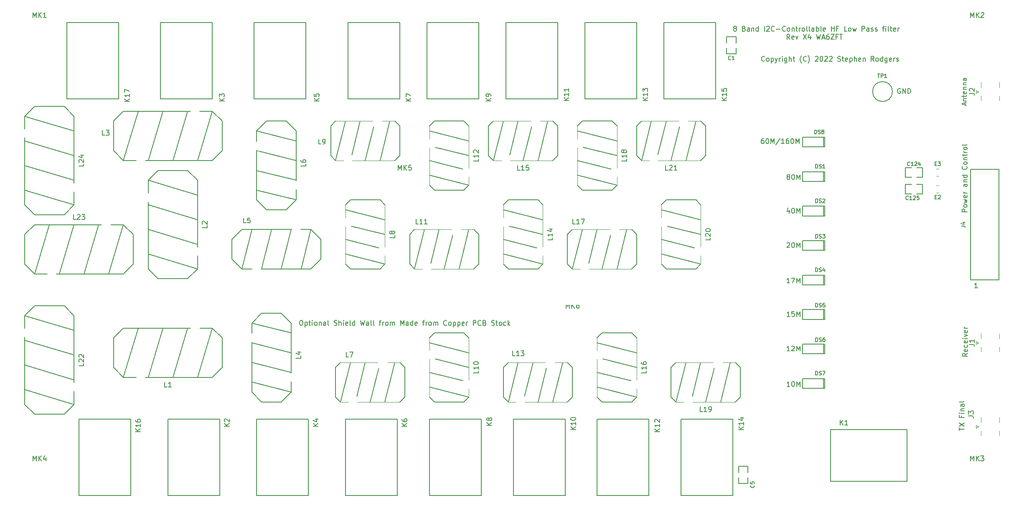
<source format=gto>
G04 #@! TF.GenerationSoftware,KiCad,Pcbnew,5.1.12-84ad8e8a86~92~ubuntu20.04.1*
G04 #@! TF.CreationDate,2022-02-12T14:31:20-08:00*
G04 #@! TF.ProjectId,lp_filter_8_bands,6c705f66-696c-4746-9572-5f385f62616e,rev?*
G04 #@! TF.SameCoordinates,Original*
G04 #@! TF.FileFunction,Legend,Top*
G04 #@! TF.FilePolarity,Positive*
%FSLAX46Y46*%
G04 Gerber Fmt 4.6, Leading zero omitted, Abs format (unit mm)*
G04 Created by KiCad (PCBNEW 5.1.12-84ad8e8a86~92~ubuntu20.04.1) date 2022-02-12 14:31:20*
%MOMM*%
%LPD*%
G01*
G04 APERTURE LIST*
%ADD10C,0.150000*%
%ADD11C,0.120000*%
%ADD12C,0.152400*%
%ADD13C,0.100000*%
%ADD14C,2.000000*%
%ADD15R,3.600000X1.270000*%
%ADD16R,4.200000X1.350000*%
%ADD17R,1.200000X1.200000*%
%ADD18O,2.100000X1.400000*%
%ADD19R,2.100000X1.400000*%
%ADD20R,2.032000X2.032000*%
%ADD21R,1.300000X0.900000*%
%ADD22R,0.900000X1.300000*%
%ADD23C,0.800000*%
%ADD24C,7.000000*%
G04 APERTURE END LIST*
D10*
X229438095Y-65400000D02*
X229342857Y-65352380D01*
X229200000Y-65352380D01*
X229057142Y-65400000D01*
X228961904Y-65495238D01*
X228914285Y-65590476D01*
X228866666Y-65780952D01*
X228866666Y-65923809D01*
X228914285Y-66114285D01*
X228961904Y-66209523D01*
X229057142Y-66304761D01*
X229200000Y-66352380D01*
X229295238Y-66352380D01*
X229438095Y-66304761D01*
X229485714Y-66257142D01*
X229485714Y-65923809D01*
X229295238Y-65923809D01*
X229914285Y-66352380D02*
X229914285Y-65352380D01*
X230485714Y-66352380D01*
X230485714Y-65352380D01*
X230961904Y-66352380D02*
X230961904Y-65352380D01*
X231200000Y-65352380D01*
X231342857Y-65400000D01*
X231438095Y-65495238D01*
X231485714Y-65590476D01*
X231533333Y-65780952D01*
X231533333Y-65923809D01*
X231485714Y-66114285D01*
X231438095Y-66209523D01*
X231342857Y-66304761D01*
X231200000Y-66352380D01*
X230961904Y-66352380D01*
X207038095Y-125852380D02*
X206466666Y-125852380D01*
X206752380Y-125852380D02*
X206752380Y-124852380D01*
X206657142Y-124995238D01*
X206561904Y-125090476D01*
X206466666Y-125138095D01*
X207657142Y-124852380D02*
X207752380Y-124852380D01*
X207847619Y-124900000D01*
X207895238Y-124947619D01*
X207942857Y-125042857D01*
X207990476Y-125233333D01*
X207990476Y-125471428D01*
X207942857Y-125661904D01*
X207895238Y-125757142D01*
X207847619Y-125804761D01*
X207752380Y-125852380D01*
X207657142Y-125852380D01*
X207561904Y-125804761D01*
X207514285Y-125757142D01*
X207466666Y-125661904D01*
X207419047Y-125471428D01*
X207419047Y-125233333D01*
X207466666Y-125042857D01*
X207514285Y-124947619D01*
X207561904Y-124900000D01*
X207657142Y-124852380D01*
X208419047Y-125852380D02*
X208419047Y-124852380D01*
X208752380Y-125566666D01*
X209085714Y-124852380D01*
X209085714Y-125852380D01*
X207038095Y-118652380D02*
X206466666Y-118652380D01*
X206752380Y-118652380D02*
X206752380Y-117652380D01*
X206657142Y-117795238D01*
X206561904Y-117890476D01*
X206466666Y-117938095D01*
X207419047Y-117747619D02*
X207466666Y-117700000D01*
X207561904Y-117652380D01*
X207800000Y-117652380D01*
X207895238Y-117700000D01*
X207942857Y-117747619D01*
X207990476Y-117842857D01*
X207990476Y-117938095D01*
X207942857Y-118080952D01*
X207371428Y-118652380D01*
X207990476Y-118652380D01*
X208419047Y-118652380D02*
X208419047Y-117652380D01*
X208752380Y-118366666D01*
X209085714Y-117652380D01*
X209085714Y-118652380D01*
X207038095Y-111652380D02*
X206466666Y-111652380D01*
X206752380Y-111652380D02*
X206752380Y-110652380D01*
X206657142Y-110795238D01*
X206561904Y-110890476D01*
X206466666Y-110938095D01*
X207942857Y-110652380D02*
X207466666Y-110652380D01*
X207419047Y-111128571D01*
X207466666Y-111080952D01*
X207561904Y-111033333D01*
X207800000Y-111033333D01*
X207895238Y-111080952D01*
X207942857Y-111128571D01*
X207990476Y-111223809D01*
X207990476Y-111461904D01*
X207942857Y-111557142D01*
X207895238Y-111604761D01*
X207800000Y-111652380D01*
X207561904Y-111652380D01*
X207466666Y-111604761D01*
X207419047Y-111557142D01*
X208419047Y-111652380D02*
X208419047Y-110652380D01*
X208752380Y-111366666D01*
X209085714Y-110652380D01*
X209085714Y-111652380D01*
X207038095Y-104852380D02*
X206466666Y-104852380D01*
X206752380Y-104852380D02*
X206752380Y-103852380D01*
X206657142Y-103995238D01*
X206561904Y-104090476D01*
X206466666Y-104138095D01*
X207371428Y-103852380D02*
X208038095Y-103852380D01*
X207609523Y-104852380D01*
X208419047Y-104852380D02*
X208419047Y-103852380D01*
X208752380Y-104566666D01*
X209085714Y-103852380D01*
X209085714Y-104852380D01*
X206466666Y-96747619D02*
X206514285Y-96700000D01*
X206609523Y-96652380D01*
X206847619Y-96652380D01*
X206942857Y-96700000D01*
X206990476Y-96747619D01*
X207038095Y-96842857D01*
X207038095Y-96938095D01*
X206990476Y-97080952D01*
X206419047Y-97652380D01*
X207038095Y-97652380D01*
X207657142Y-96652380D02*
X207752380Y-96652380D01*
X207847619Y-96700000D01*
X207895238Y-96747619D01*
X207942857Y-96842857D01*
X207990476Y-97033333D01*
X207990476Y-97271428D01*
X207942857Y-97461904D01*
X207895238Y-97557142D01*
X207847619Y-97604761D01*
X207752380Y-97652380D01*
X207657142Y-97652380D01*
X207561904Y-97604761D01*
X207514285Y-97557142D01*
X207466666Y-97461904D01*
X207419047Y-97271428D01*
X207419047Y-97033333D01*
X207466666Y-96842857D01*
X207514285Y-96747619D01*
X207561904Y-96700000D01*
X207657142Y-96652380D01*
X208419047Y-97652380D02*
X208419047Y-96652380D01*
X208752380Y-97366666D01*
X209085714Y-96652380D01*
X209085714Y-97652380D01*
X206942857Y-89985714D02*
X206942857Y-90652380D01*
X206704761Y-89604761D02*
X206466666Y-90319047D01*
X207085714Y-90319047D01*
X207657142Y-89652380D02*
X207752380Y-89652380D01*
X207847619Y-89700000D01*
X207895238Y-89747619D01*
X207942857Y-89842857D01*
X207990476Y-90033333D01*
X207990476Y-90271428D01*
X207942857Y-90461904D01*
X207895238Y-90557142D01*
X207847619Y-90604761D01*
X207752380Y-90652380D01*
X207657142Y-90652380D01*
X207561904Y-90604761D01*
X207514285Y-90557142D01*
X207466666Y-90461904D01*
X207419047Y-90271428D01*
X207419047Y-90033333D01*
X207466666Y-89842857D01*
X207514285Y-89747619D01*
X207561904Y-89700000D01*
X207657142Y-89652380D01*
X208419047Y-90652380D02*
X208419047Y-89652380D01*
X208752380Y-90366666D01*
X209085714Y-89652380D01*
X209085714Y-90652380D01*
X206657142Y-83280952D02*
X206561904Y-83233333D01*
X206514285Y-83185714D01*
X206466666Y-83090476D01*
X206466666Y-83042857D01*
X206514285Y-82947619D01*
X206561904Y-82900000D01*
X206657142Y-82852380D01*
X206847619Y-82852380D01*
X206942857Y-82900000D01*
X206990476Y-82947619D01*
X207038095Y-83042857D01*
X207038095Y-83090476D01*
X206990476Y-83185714D01*
X206942857Y-83233333D01*
X206847619Y-83280952D01*
X206657142Y-83280952D01*
X206561904Y-83328571D01*
X206514285Y-83376190D01*
X206466666Y-83471428D01*
X206466666Y-83661904D01*
X206514285Y-83757142D01*
X206561904Y-83804761D01*
X206657142Y-83852380D01*
X206847619Y-83852380D01*
X206942857Y-83804761D01*
X206990476Y-83757142D01*
X207038095Y-83661904D01*
X207038095Y-83471428D01*
X206990476Y-83376190D01*
X206942857Y-83328571D01*
X206847619Y-83280952D01*
X207657142Y-82852380D02*
X207752380Y-82852380D01*
X207847619Y-82900000D01*
X207895238Y-82947619D01*
X207942857Y-83042857D01*
X207990476Y-83233333D01*
X207990476Y-83471428D01*
X207942857Y-83661904D01*
X207895238Y-83757142D01*
X207847619Y-83804761D01*
X207752380Y-83852380D01*
X207657142Y-83852380D01*
X207561904Y-83804761D01*
X207514285Y-83757142D01*
X207466666Y-83661904D01*
X207419047Y-83471428D01*
X207419047Y-83233333D01*
X207466666Y-83042857D01*
X207514285Y-82947619D01*
X207561904Y-82900000D01*
X207657142Y-82852380D01*
X208419047Y-83852380D02*
X208419047Y-82852380D01*
X208752380Y-83566666D01*
X209085714Y-82852380D01*
X209085714Y-83852380D01*
X201719047Y-75552380D02*
X201528571Y-75552380D01*
X201433333Y-75600000D01*
X201385714Y-75647619D01*
X201290476Y-75790476D01*
X201242857Y-75980952D01*
X201242857Y-76361904D01*
X201290476Y-76457142D01*
X201338095Y-76504761D01*
X201433333Y-76552380D01*
X201623809Y-76552380D01*
X201719047Y-76504761D01*
X201766666Y-76457142D01*
X201814285Y-76361904D01*
X201814285Y-76123809D01*
X201766666Y-76028571D01*
X201719047Y-75980952D01*
X201623809Y-75933333D01*
X201433333Y-75933333D01*
X201338095Y-75980952D01*
X201290476Y-76028571D01*
X201242857Y-76123809D01*
X202433333Y-75552380D02*
X202528571Y-75552380D01*
X202623809Y-75600000D01*
X202671428Y-75647619D01*
X202719047Y-75742857D01*
X202766666Y-75933333D01*
X202766666Y-76171428D01*
X202719047Y-76361904D01*
X202671428Y-76457142D01*
X202623809Y-76504761D01*
X202528571Y-76552380D01*
X202433333Y-76552380D01*
X202338095Y-76504761D01*
X202290476Y-76457142D01*
X202242857Y-76361904D01*
X202195238Y-76171428D01*
X202195238Y-75933333D01*
X202242857Y-75742857D01*
X202290476Y-75647619D01*
X202338095Y-75600000D01*
X202433333Y-75552380D01*
X203195238Y-76552380D02*
X203195238Y-75552380D01*
X203528571Y-76266666D01*
X203861904Y-75552380D01*
X203861904Y-76552380D01*
X205052380Y-75504761D02*
X204195238Y-76790476D01*
X205909523Y-76552380D02*
X205338095Y-76552380D01*
X205623809Y-76552380D02*
X205623809Y-75552380D01*
X205528571Y-75695238D01*
X205433333Y-75790476D01*
X205338095Y-75838095D01*
X206766666Y-75552380D02*
X206576190Y-75552380D01*
X206480952Y-75600000D01*
X206433333Y-75647619D01*
X206338095Y-75790476D01*
X206290476Y-75980952D01*
X206290476Y-76361904D01*
X206338095Y-76457142D01*
X206385714Y-76504761D01*
X206480952Y-76552380D01*
X206671428Y-76552380D01*
X206766666Y-76504761D01*
X206814285Y-76457142D01*
X206861904Y-76361904D01*
X206861904Y-76123809D01*
X206814285Y-76028571D01*
X206766666Y-75980952D01*
X206671428Y-75933333D01*
X206480952Y-75933333D01*
X206385714Y-75980952D01*
X206338095Y-76028571D01*
X206290476Y-76123809D01*
X207480952Y-75552380D02*
X207576190Y-75552380D01*
X207671428Y-75600000D01*
X207719047Y-75647619D01*
X207766666Y-75742857D01*
X207814285Y-75933333D01*
X207814285Y-76171428D01*
X207766666Y-76361904D01*
X207719047Y-76457142D01*
X207671428Y-76504761D01*
X207576190Y-76552380D01*
X207480952Y-76552380D01*
X207385714Y-76504761D01*
X207338095Y-76457142D01*
X207290476Y-76361904D01*
X207242857Y-76171428D01*
X207242857Y-75933333D01*
X207290476Y-75742857D01*
X207338095Y-75647619D01*
X207385714Y-75600000D01*
X207480952Y-75552380D01*
X208242857Y-76552380D02*
X208242857Y-75552380D01*
X208576190Y-76266666D01*
X208909523Y-75552380D01*
X208909523Y-76552380D01*
X245085714Y-105852380D02*
X244514285Y-105852380D01*
X244800000Y-105852380D02*
X244800000Y-104852380D01*
X244704761Y-104995238D01*
X244609523Y-105090476D01*
X244514285Y-105138095D01*
X242952380Y-90409523D02*
X241952380Y-90409523D01*
X241952380Y-90028571D01*
X242000000Y-89933333D01*
X242047619Y-89885714D01*
X242142857Y-89838095D01*
X242285714Y-89838095D01*
X242380952Y-89885714D01*
X242428571Y-89933333D01*
X242476190Y-90028571D01*
X242476190Y-90409523D01*
X242952380Y-89266666D02*
X242904761Y-89361904D01*
X242857142Y-89409523D01*
X242761904Y-89457142D01*
X242476190Y-89457142D01*
X242380952Y-89409523D01*
X242333333Y-89361904D01*
X242285714Y-89266666D01*
X242285714Y-89123809D01*
X242333333Y-89028571D01*
X242380952Y-88980952D01*
X242476190Y-88933333D01*
X242761904Y-88933333D01*
X242857142Y-88980952D01*
X242904761Y-89028571D01*
X242952380Y-89123809D01*
X242952380Y-89266666D01*
X242285714Y-88600000D02*
X242952380Y-88409523D01*
X242476190Y-88219047D01*
X242952380Y-88028571D01*
X242285714Y-87838095D01*
X242904761Y-87076190D02*
X242952380Y-87171428D01*
X242952380Y-87361904D01*
X242904761Y-87457142D01*
X242809523Y-87504761D01*
X242428571Y-87504761D01*
X242333333Y-87457142D01*
X242285714Y-87361904D01*
X242285714Y-87171428D01*
X242333333Y-87076190D01*
X242428571Y-87028571D01*
X242523809Y-87028571D01*
X242619047Y-87504761D01*
X242952380Y-86600000D02*
X242285714Y-86600000D01*
X242476190Y-86600000D02*
X242380952Y-86552380D01*
X242333333Y-86504761D01*
X242285714Y-86409523D01*
X242285714Y-86314285D01*
X242952380Y-84790476D02*
X242428571Y-84790476D01*
X242333333Y-84838095D01*
X242285714Y-84933333D01*
X242285714Y-85123809D01*
X242333333Y-85219047D01*
X242904761Y-84790476D02*
X242952380Y-84885714D01*
X242952380Y-85123809D01*
X242904761Y-85219047D01*
X242809523Y-85266666D01*
X242714285Y-85266666D01*
X242619047Y-85219047D01*
X242571428Y-85123809D01*
X242571428Y-84885714D01*
X242523809Y-84790476D01*
X242285714Y-84314285D02*
X242952380Y-84314285D01*
X242380952Y-84314285D02*
X242333333Y-84266666D01*
X242285714Y-84171428D01*
X242285714Y-84028571D01*
X242333333Y-83933333D01*
X242428571Y-83885714D01*
X242952380Y-83885714D01*
X242952380Y-82980952D02*
X241952380Y-82980952D01*
X242904761Y-82980952D02*
X242952380Y-83076190D01*
X242952380Y-83266666D01*
X242904761Y-83361904D01*
X242857142Y-83409523D01*
X242761904Y-83457142D01*
X242476190Y-83457142D01*
X242380952Y-83409523D01*
X242333333Y-83361904D01*
X242285714Y-83266666D01*
X242285714Y-83076190D01*
X242333333Y-82980952D01*
X242857142Y-81171428D02*
X242904761Y-81219047D01*
X242952380Y-81361904D01*
X242952380Y-81457142D01*
X242904761Y-81600000D01*
X242809523Y-81695238D01*
X242714285Y-81742857D01*
X242523809Y-81790476D01*
X242380952Y-81790476D01*
X242190476Y-81742857D01*
X242095238Y-81695238D01*
X242000000Y-81600000D01*
X241952380Y-81457142D01*
X241952380Y-81361904D01*
X242000000Y-81219047D01*
X242047619Y-81171428D01*
X242952380Y-80600000D02*
X242904761Y-80695238D01*
X242857142Y-80742857D01*
X242761904Y-80790476D01*
X242476190Y-80790476D01*
X242380952Y-80742857D01*
X242333333Y-80695238D01*
X242285714Y-80600000D01*
X242285714Y-80457142D01*
X242333333Y-80361904D01*
X242380952Y-80314285D01*
X242476190Y-80266666D01*
X242761904Y-80266666D01*
X242857142Y-80314285D01*
X242904761Y-80361904D01*
X242952380Y-80457142D01*
X242952380Y-80600000D01*
X242285714Y-79838095D02*
X242952380Y-79838095D01*
X242380952Y-79838095D02*
X242333333Y-79790476D01*
X242285714Y-79695238D01*
X242285714Y-79552380D01*
X242333333Y-79457142D01*
X242428571Y-79409523D01*
X242952380Y-79409523D01*
X242285714Y-79076190D02*
X242285714Y-78695238D01*
X241952380Y-78933333D02*
X242809523Y-78933333D01*
X242904761Y-78885714D01*
X242952380Y-78790476D01*
X242952380Y-78695238D01*
X242952380Y-78361904D02*
X242285714Y-78361904D01*
X242476190Y-78361904D02*
X242380952Y-78314285D01*
X242333333Y-78266666D01*
X242285714Y-78171428D01*
X242285714Y-78076190D01*
X242952380Y-77600000D02*
X242904761Y-77695238D01*
X242857142Y-77742857D01*
X242761904Y-77790476D01*
X242476190Y-77790476D01*
X242380952Y-77742857D01*
X242333333Y-77695238D01*
X242285714Y-77600000D01*
X242285714Y-77457142D01*
X242333333Y-77361904D01*
X242380952Y-77314285D01*
X242476190Y-77266666D01*
X242761904Y-77266666D01*
X242857142Y-77314285D01*
X242904761Y-77361904D01*
X242952380Y-77457142D01*
X242952380Y-77600000D01*
X242952380Y-76695238D02*
X242904761Y-76790476D01*
X242809523Y-76838095D01*
X241952380Y-76838095D01*
X241352380Y-134776190D02*
X241352380Y-134204761D01*
X242352380Y-134490476D02*
X241352380Y-134490476D01*
X241352380Y-133966666D02*
X242352380Y-133300000D01*
X241352380Y-133300000D02*
X242352380Y-133966666D01*
X241828571Y-131823809D02*
X241828571Y-132157142D01*
X242352380Y-132157142D02*
X241352380Y-132157142D01*
X241352380Y-131680952D01*
X242352380Y-131300000D02*
X241685714Y-131300000D01*
X241352380Y-131300000D02*
X241400000Y-131347619D01*
X241447619Y-131300000D01*
X241400000Y-131252380D01*
X241352380Y-131300000D01*
X241447619Y-131300000D01*
X241685714Y-130823809D02*
X242352380Y-130823809D01*
X241780952Y-130823809D02*
X241733333Y-130776190D01*
X241685714Y-130680952D01*
X241685714Y-130538095D01*
X241733333Y-130442857D01*
X241828571Y-130395238D01*
X242352380Y-130395238D01*
X242352380Y-129490476D02*
X241828571Y-129490476D01*
X241733333Y-129538095D01*
X241685714Y-129633333D01*
X241685714Y-129823809D01*
X241733333Y-129919047D01*
X242304761Y-129490476D02*
X242352380Y-129585714D01*
X242352380Y-129823809D01*
X242304761Y-129919047D01*
X242209523Y-129966666D01*
X242114285Y-129966666D01*
X242019047Y-129919047D01*
X241971428Y-129823809D01*
X241971428Y-129585714D01*
X241923809Y-129490476D01*
X242352380Y-128871428D02*
X242304761Y-128966666D01*
X242209523Y-129014285D01*
X241352380Y-129014285D01*
X243052380Y-119133333D02*
X242576190Y-119466666D01*
X243052380Y-119704761D02*
X242052380Y-119704761D01*
X242052380Y-119323809D01*
X242100000Y-119228571D01*
X242147619Y-119180952D01*
X242242857Y-119133333D01*
X242385714Y-119133333D01*
X242480952Y-119180952D01*
X242528571Y-119228571D01*
X242576190Y-119323809D01*
X242576190Y-119704761D01*
X243004761Y-118323809D02*
X243052380Y-118419047D01*
X243052380Y-118609523D01*
X243004761Y-118704761D01*
X242909523Y-118752380D01*
X242528571Y-118752380D01*
X242433333Y-118704761D01*
X242385714Y-118609523D01*
X242385714Y-118419047D01*
X242433333Y-118323809D01*
X242528571Y-118276190D01*
X242623809Y-118276190D01*
X242719047Y-118752380D01*
X243004761Y-117419047D02*
X243052380Y-117514285D01*
X243052380Y-117704761D01*
X243004761Y-117800000D01*
X242957142Y-117847619D01*
X242861904Y-117895238D01*
X242576190Y-117895238D01*
X242480952Y-117847619D01*
X242433333Y-117800000D01*
X242385714Y-117704761D01*
X242385714Y-117514285D01*
X242433333Y-117419047D01*
X243004761Y-116609523D02*
X243052380Y-116704761D01*
X243052380Y-116895238D01*
X243004761Y-116990476D01*
X242909523Y-117038095D01*
X242528571Y-117038095D01*
X242433333Y-116990476D01*
X242385714Y-116895238D01*
X242385714Y-116704761D01*
X242433333Y-116609523D01*
X242528571Y-116561904D01*
X242623809Y-116561904D01*
X242719047Y-117038095D01*
X243052380Y-116133333D02*
X242385714Y-116133333D01*
X242052380Y-116133333D02*
X242100000Y-116180952D01*
X242147619Y-116133333D01*
X242100000Y-116085714D01*
X242052380Y-116133333D01*
X242147619Y-116133333D01*
X242385714Y-115752380D02*
X243052380Y-115514285D01*
X242385714Y-115276190D01*
X243004761Y-114514285D02*
X243052380Y-114609523D01*
X243052380Y-114800000D01*
X243004761Y-114895238D01*
X242909523Y-114942857D01*
X242528571Y-114942857D01*
X242433333Y-114895238D01*
X242385714Y-114800000D01*
X242385714Y-114609523D01*
X242433333Y-114514285D01*
X242528571Y-114466666D01*
X242623809Y-114466666D01*
X242719047Y-114942857D01*
X243052380Y-114038095D02*
X242385714Y-114038095D01*
X242576190Y-114038095D02*
X242480952Y-113990476D01*
X242433333Y-113942857D01*
X242385714Y-113847619D01*
X242385714Y-113752380D01*
X242566666Y-68761904D02*
X242566666Y-68285714D01*
X242852380Y-68857142D02*
X241852380Y-68523809D01*
X242852380Y-68190476D01*
X242185714Y-67857142D02*
X242852380Y-67857142D01*
X242280952Y-67857142D02*
X242233333Y-67809523D01*
X242185714Y-67714285D01*
X242185714Y-67571428D01*
X242233333Y-67476190D01*
X242328571Y-67428571D01*
X242852380Y-67428571D01*
X242185714Y-67095238D02*
X242185714Y-66714285D01*
X241852380Y-66952380D02*
X242709523Y-66952380D01*
X242804761Y-66904761D01*
X242852380Y-66809523D01*
X242852380Y-66714285D01*
X242804761Y-66000000D02*
X242852380Y-66095238D01*
X242852380Y-66285714D01*
X242804761Y-66380952D01*
X242709523Y-66428571D01*
X242328571Y-66428571D01*
X242233333Y-66380952D01*
X242185714Y-66285714D01*
X242185714Y-66095238D01*
X242233333Y-66000000D01*
X242328571Y-65952380D01*
X242423809Y-65952380D01*
X242519047Y-66428571D01*
X242185714Y-65523809D02*
X242852380Y-65523809D01*
X242280952Y-65523809D02*
X242233333Y-65476190D01*
X242185714Y-65380952D01*
X242185714Y-65238095D01*
X242233333Y-65142857D01*
X242328571Y-65095238D01*
X242852380Y-65095238D01*
X242185714Y-64619047D02*
X242852380Y-64619047D01*
X242280952Y-64619047D02*
X242233333Y-64571428D01*
X242185714Y-64476190D01*
X242185714Y-64333333D01*
X242233333Y-64238095D01*
X242328571Y-64190476D01*
X242852380Y-64190476D01*
X242852380Y-63285714D02*
X242328571Y-63285714D01*
X242233333Y-63333333D01*
X242185714Y-63428571D01*
X242185714Y-63619047D01*
X242233333Y-63714285D01*
X242804761Y-63285714D02*
X242852380Y-63380952D01*
X242852380Y-63619047D01*
X242804761Y-63714285D01*
X242709523Y-63761904D01*
X242614285Y-63761904D01*
X242519047Y-63714285D01*
X242471428Y-63619047D01*
X242471428Y-63380952D01*
X242423809Y-63285714D01*
X201914285Y-59757142D02*
X201866666Y-59804761D01*
X201723809Y-59852380D01*
X201628571Y-59852380D01*
X201485714Y-59804761D01*
X201390476Y-59709523D01*
X201342857Y-59614285D01*
X201295238Y-59423809D01*
X201295238Y-59280952D01*
X201342857Y-59090476D01*
X201390476Y-58995238D01*
X201485714Y-58900000D01*
X201628571Y-58852380D01*
X201723809Y-58852380D01*
X201866666Y-58900000D01*
X201914285Y-58947619D01*
X202485714Y-59852380D02*
X202390476Y-59804761D01*
X202342857Y-59757142D01*
X202295238Y-59661904D01*
X202295238Y-59376190D01*
X202342857Y-59280952D01*
X202390476Y-59233333D01*
X202485714Y-59185714D01*
X202628571Y-59185714D01*
X202723809Y-59233333D01*
X202771428Y-59280952D01*
X202819047Y-59376190D01*
X202819047Y-59661904D01*
X202771428Y-59757142D01*
X202723809Y-59804761D01*
X202628571Y-59852380D01*
X202485714Y-59852380D01*
X203247619Y-59185714D02*
X203247619Y-60185714D01*
X203247619Y-59233333D02*
X203342857Y-59185714D01*
X203533333Y-59185714D01*
X203628571Y-59233333D01*
X203676190Y-59280952D01*
X203723809Y-59376190D01*
X203723809Y-59661904D01*
X203676190Y-59757142D01*
X203628571Y-59804761D01*
X203533333Y-59852380D01*
X203342857Y-59852380D01*
X203247619Y-59804761D01*
X204057142Y-59185714D02*
X204295238Y-59852380D01*
X204533333Y-59185714D02*
X204295238Y-59852380D01*
X204200000Y-60090476D01*
X204152380Y-60138095D01*
X204057142Y-60185714D01*
X204914285Y-59852380D02*
X204914285Y-59185714D01*
X204914285Y-59376190D02*
X204961904Y-59280952D01*
X205009523Y-59233333D01*
X205104761Y-59185714D01*
X205200000Y-59185714D01*
X205533333Y-59852380D02*
X205533333Y-59185714D01*
X205533333Y-58852380D02*
X205485714Y-58900000D01*
X205533333Y-58947619D01*
X205580952Y-58900000D01*
X205533333Y-58852380D01*
X205533333Y-58947619D01*
X206438095Y-59185714D02*
X206438095Y-59995238D01*
X206390476Y-60090476D01*
X206342857Y-60138095D01*
X206247619Y-60185714D01*
X206104761Y-60185714D01*
X206009523Y-60138095D01*
X206438095Y-59804761D02*
X206342857Y-59852380D01*
X206152380Y-59852380D01*
X206057142Y-59804761D01*
X206009523Y-59757142D01*
X205961904Y-59661904D01*
X205961904Y-59376190D01*
X206009523Y-59280952D01*
X206057142Y-59233333D01*
X206152380Y-59185714D01*
X206342857Y-59185714D01*
X206438095Y-59233333D01*
X206914285Y-59852380D02*
X206914285Y-58852380D01*
X207342857Y-59852380D02*
X207342857Y-59328571D01*
X207295238Y-59233333D01*
X207200000Y-59185714D01*
X207057142Y-59185714D01*
X206961904Y-59233333D01*
X206914285Y-59280952D01*
X207676190Y-59185714D02*
X208057142Y-59185714D01*
X207819047Y-58852380D02*
X207819047Y-59709523D01*
X207866666Y-59804761D01*
X207961904Y-59852380D01*
X208057142Y-59852380D01*
X209438095Y-60233333D02*
X209390476Y-60185714D01*
X209295238Y-60042857D01*
X209247619Y-59947619D01*
X209200000Y-59804761D01*
X209152380Y-59566666D01*
X209152380Y-59376190D01*
X209200000Y-59138095D01*
X209247619Y-58995238D01*
X209295238Y-58900000D01*
X209390476Y-58757142D01*
X209438095Y-58709523D01*
X210390476Y-59757142D02*
X210342857Y-59804761D01*
X210200000Y-59852380D01*
X210104761Y-59852380D01*
X209961904Y-59804761D01*
X209866666Y-59709523D01*
X209819047Y-59614285D01*
X209771428Y-59423809D01*
X209771428Y-59280952D01*
X209819047Y-59090476D01*
X209866666Y-58995238D01*
X209961904Y-58900000D01*
X210104761Y-58852380D01*
X210200000Y-58852380D01*
X210342857Y-58900000D01*
X210390476Y-58947619D01*
X210723809Y-60233333D02*
X210771428Y-60185714D01*
X210866666Y-60042857D01*
X210914285Y-59947619D01*
X210961904Y-59804761D01*
X211009523Y-59566666D01*
X211009523Y-59376190D01*
X210961904Y-59138095D01*
X210914285Y-58995238D01*
X210866666Y-58900000D01*
X210771428Y-58757142D01*
X210723809Y-58709523D01*
X212200000Y-58947619D02*
X212247619Y-58900000D01*
X212342857Y-58852380D01*
X212580952Y-58852380D01*
X212676190Y-58900000D01*
X212723809Y-58947619D01*
X212771428Y-59042857D01*
X212771428Y-59138095D01*
X212723809Y-59280952D01*
X212152380Y-59852380D01*
X212771428Y-59852380D01*
X213390476Y-58852380D02*
X213485714Y-58852380D01*
X213580952Y-58900000D01*
X213628571Y-58947619D01*
X213676190Y-59042857D01*
X213723809Y-59233333D01*
X213723809Y-59471428D01*
X213676190Y-59661904D01*
X213628571Y-59757142D01*
X213580952Y-59804761D01*
X213485714Y-59852380D01*
X213390476Y-59852380D01*
X213295238Y-59804761D01*
X213247619Y-59757142D01*
X213200000Y-59661904D01*
X213152380Y-59471428D01*
X213152380Y-59233333D01*
X213200000Y-59042857D01*
X213247619Y-58947619D01*
X213295238Y-58900000D01*
X213390476Y-58852380D01*
X214104761Y-58947619D02*
X214152380Y-58900000D01*
X214247619Y-58852380D01*
X214485714Y-58852380D01*
X214580952Y-58900000D01*
X214628571Y-58947619D01*
X214676190Y-59042857D01*
X214676190Y-59138095D01*
X214628571Y-59280952D01*
X214057142Y-59852380D01*
X214676190Y-59852380D01*
X215057142Y-58947619D02*
X215104761Y-58900000D01*
X215200000Y-58852380D01*
X215438095Y-58852380D01*
X215533333Y-58900000D01*
X215580952Y-58947619D01*
X215628571Y-59042857D01*
X215628571Y-59138095D01*
X215580952Y-59280952D01*
X215009523Y-59852380D01*
X215628571Y-59852380D01*
X216771428Y-59804761D02*
X216914285Y-59852380D01*
X217152380Y-59852380D01*
X217247619Y-59804761D01*
X217295238Y-59757142D01*
X217342857Y-59661904D01*
X217342857Y-59566666D01*
X217295238Y-59471428D01*
X217247619Y-59423809D01*
X217152380Y-59376190D01*
X216961904Y-59328571D01*
X216866666Y-59280952D01*
X216819047Y-59233333D01*
X216771428Y-59138095D01*
X216771428Y-59042857D01*
X216819047Y-58947619D01*
X216866666Y-58900000D01*
X216961904Y-58852380D01*
X217200000Y-58852380D01*
X217342857Y-58900000D01*
X217628571Y-59185714D02*
X218009523Y-59185714D01*
X217771428Y-58852380D02*
X217771428Y-59709523D01*
X217819047Y-59804761D01*
X217914285Y-59852380D01*
X218009523Y-59852380D01*
X218723809Y-59804761D02*
X218628571Y-59852380D01*
X218438095Y-59852380D01*
X218342857Y-59804761D01*
X218295238Y-59709523D01*
X218295238Y-59328571D01*
X218342857Y-59233333D01*
X218438095Y-59185714D01*
X218628571Y-59185714D01*
X218723809Y-59233333D01*
X218771428Y-59328571D01*
X218771428Y-59423809D01*
X218295238Y-59519047D01*
X219200000Y-59185714D02*
X219200000Y-60185714D01*
X219200000Y-59233333D02*
X219295238Y-59185714D01*
X219485714Y-59185714D01*
X219580952Y-59233333D01*
X219628571Y-59280952D01*
X219676190Y-59376190D01*
X219676190Y-59661904D01*
X219628571Y-59757142D01*
X219580952Y-59804761D01*
X219485714Y-59852380D01*
X219295238Y-59852380D01*
X219200000Y-59804761D01*
X220104761Y-59852380D02*
X220104761Y-58852380D01*
X220533333Y-59852380D02*
X220533333Y-59328571D01*
X220485714Y-59233333D01*
X220390476Y-59185714D01*
X220247619Y-59185714D01*
X220152380Y-59233333D01*
X220104761Y-59280952D01*
X221390476Y-59804761D02*
X221295238Y-59852380D01*
X221104761Y-59852380D01*
X221009523Y-59804761D01*
X220961904Y-59709523D01*
X220961904Y-59328571D01*
X221009523Y-59233333D01*
X221104761Y-59185714D01*
X221295238Y-59185714D01*
X221390476Y-59233333D01*
X221438095Y-59328571D01*
X221438095Y-59423809D01*
X220961904Y-59519047D01*
X221866666Y-59185714D02*
X221866666Y-59852380D01*
X221866666Y-59280952D02*
X221914285Y-59233333D01*
X222009523Y-59185714D01*
X222152380Y-59185714D01*
X222247619Y-59233333D01*
X222295238Y-59328571D01*
X222295238Y-59852380D01*
X224104761Y-59852380D02*
X223771428Y-59376190D01*
X223533333Y-59852380D02*
X223533333Y-58852380D01*
X223914285Y-58852380D01*
X224009523Y-58900000D01*
X224057142Y-58947619D01*
X224104761Y-59042857D01*
X224104761Y-59185714D01*
X224057142Y-59280952D01*
X224009523Y-59328571D01*
X223914285Y-59376190D01*
X223533333Y-59376190D01*
X224676190Y-59852380D02*
X224580952Y-59804761D01*
X224533333Y-59757142D01*
X224485714Y-59661904D01*
X224485714Y-59376190D01*
X224533333Y-59280952D01*
X224580952Y-59233333D01*
X224676190Y-59185714D01*
X224819047Y-59185714D01*
X224914285Y-59233333D01*
X224961904Y-59280952D01*
X225009523Y-59376190D01*
X225009523Y-59661904D01*
X224961904Y-59757142D01*
X224914285Y-59804761D01*
X224819047Y-59852380D01*
X224676190Y-59852380D01*
X225866666Y-59852380D02*
X225866666Y-58852380D01*
X225866666Y-59804761D02*
X225771428Y-59852380D01*
X225580952Y-59852380D01*
X225485714Y-59804761D01*
X225438095Y-59757142D01*
X225390476Y-59661904D01*
X225390476Y-59376190D01*
X225438095Y-59280952D01*
X225485714Y-59233333D01*
X225580952Y-59185714D01*
X225771428Y-59185714D01*
X225866666Y-59233333D01*
X226771428Y-59185714D02*
X226771428Y-59995238D01*
X226723809Y-60090476D01*
X226676190Y-60138095D01*
X226580952Y-60185714D01*
X226438095Y-60185714D01*
X226342857Y-60138095D01*
X226771428Y-59804761D02*
X226676190Y-59852380D01*
X226485714Y-59852380D01*
X226390476Y-59804761D01*
X226342857Y-59757142D01*
X226295238Y-59661904D01*
X226295238Y-59376190D01*
X226342857Y-59280952D01*
X226390476Y-59233333D01*
X226485714Y-59185714D01*
X226676190Y-59185714D01*
X226771428Y-59233333D01*
X227628571Y-59804761D02*
X227533333Y-59852380D01*
X227342857Y-59852380D01*
X227247619Y-59804761D01*
X227200000Y-59709523D01*
X227200000Y-59328571D01*
X227247619Y-59233333D01*
X227342857Y-59185714D01*
X227533333Y-59185714D01*
X227628571Y-59233333D01*
X227676190Y-59328571D01*
X227676190Y-59423809D01*
X227200000Y-59519047D01*
X228104761Y-59852380D02*
X228104761Y-59185714D01*
X228104761Y-59376190D02*
X228152380Y-59280952D01*
X228200000Y-59233333D01*
X228295238Y-59185714D01*
X228390476Y-59185714D01*
X228676190Y-59804761D02*
X228771428Y-59852380D01*
X228961904Y-59852380D01*
X229057142Y-59804761D01*
X229104761Y-59709523D01*
X229104761Y-59661904D01*
X229057142Y-59566666D01*
X228961904Y-59519047D01*
X228819047Y-59519047D01*
X228723809Y-59471428D01*
X228676190Y-59376190D01*
X228676190Y-59328571D01*
X228723809Y-59233333D01*
X228819047Y-59185714D01*
X228961904Y-59185714D01*
X229057142Y-59233333D01*
X195852380Y-53155952D02*
X195757142Y-53108333D01*
X195709523Y-53060714D01*
X195661904Y-52965476D01*
X195661904Y-52917857D01*
X195709523Y-52822619D01*
X195757142Y-52775000D01*
X195852380Y-52727380D01*
X196042857Y-52727380D01*
X196138095Y-52775000D01*
X196185714Y-52822619D01*
X196233333Y-52917857D01*
X196233333Y-52965476D01*
X196185714Y-53060714D01*
X196138095Y-53108333D01*
X196042857Y-53155952D01*
X195852380Y-53155952D01*
X195757142Y-53203571D01*
X195709523Y-53251190D01*
X195661904Y-53346428D01*
X195661904Y-53536904D01*
X195709523Y-53632142D01*
X195757142Y-53679761D01*
X195852380Y-53727380D01*
X196042857Y-53727380D01*
X196138095Y-53679761D01*
X196185714Y-53632142D01*
X196233333Y-53536904D01*
X196233333Y-53346428D01*
X196185714Y-53251190D01*
X196138095Y-53203571D01*
X196042857Y-53155952D01*
X197757142Y-53203571D02*
X197900000Y-53251190D01*
X197947619Y-53298809D01*
X197995238Y-53394047D01*
X197995238Y-53536904D01*
X197947619Y-53632142D01*
X197900000Y-53679761D01*
X197804761Y-53727380D01*
X197423809Y-53727380D01*
X197423809Y-52727380D01*
X197757142Y-52727380D01*
X197852380Y-52775000D01*
X197900000Y-52822619D01*
X197947619Y-52917857D01*
X197947619Y-53013095D01*
X197900000Y-53108333D01*
X197852380Y-53155952D01*
X197757142Y-53203571D01*
X197423809Y-53203571D01*
X198852380Y-53727380D02*
X198852380Y-53203571D01*
X198804761Y-53108333D01*
X198709523Y-53060714D01*
X198519047Y-53060714D01*
X198423809Y-53108333D01*
X198852380Y-53679761D02*
X198757142Y-53727380D01*
X198519047Y-53727380D01*
X198423809Y-53679761D01*
X198376190Y-53584523D01*
X198376190Y-53489285D01*
X198423809Y-53394047D01*
X198519047Y-53346428D01*
X198757142Y-53346428D01*
X198852380Y-53298809D01*
X199328571Y-53060714D02*
X199328571Y-53727380D01*
X199328571Y-53155952D02*
X199376190Y-53108333D01*
X199471428Y-53060714D01*
X199614285Y-53060714D01*
X199709523Y-53108333D01*
X199757142Y-53203571D01*
X199757142Y-53727380D01*
X200661904Y-53727380D02*
X200661904Y-52727380D01*
X200661904Y-53679761D02*
X200566666Y-53727380D01*
X200376190Y-53727380D01*
X200280952Y-53679761D01*
X200233333Y-53632142D01*
X200185714Y-53536904D01*
X200185714Y-53251190D01*
X200233333Y-53155952D01*
X200280952Y-53108333D01*
X200376190Y-53060714D01*
X200566666Y-53060714D01*
X200661904Y-53108333D01*
X201900000Y-53727380D02*
X201900000Y-52727380D01*
X202328571Y-52822619D02*
X202376190Y-52775000D01*
X202471428Y-52727380D01*
X202709523Y-52727380D01*
X202804761Y-52775000D01*
X202852380Y-52822619D01*
X202900000Y-52917857D01*
X202900000Y-53013095D01*
X202852380Y-53155952D01*
X202280952Y-53727380D01*
X202900000Y-53727380D01*
X203900000Y-53632142D02*
X203852380Y-53679761D01*
X203709523Y-53727380D01*
X203614285Y-53727380D01*
X203471428Y-53679761D01*
X203376190Y-53584523D01*
X203328571Y-53489285D01*
X203280952Y-53298809D01*
X203280952Y-53155952D01*
X203328571Y-52965476D01*
X203376190Y-52870238D01*
X203471428Y-52775000D01*
X203614285Y-52727380D01*
X203709523Y-52727380D01*
X203852380Y-52775000D01*
X203900000Y-52822619D01*
X204328571Y-53346428D02*
X205090476Y-53346428D01*
X206138095Y-53632142D02*
X206090476Y-53679761D01*
X205947619Y-53727380D01*
X205852380Y-53727380D01*
X205709523Y-53679761D01*
X205614285Y-53584523D01*
X205566666Y-53489285D01*
X205519047Y-53298809D01*
X205519047Y-53155952D01*
X205566666Y-52965476D01*
X205614285Y-52870238D01*
X205709523Y-52775000D01*
X205852380Y-52727380D01*
X205947619Y-52727380D01*
X206090476Y-52775000D01*
X206138095Y-52822619D01*
X206709523Y-53727380D02*
X206614285Y-53679761D01*
X206566666Y-53632142D01*
X206519047Y-53536904D01*
X206519047Y-53251190D01*
X206566666Y-53155952D01*
X206614285Y-53108333D01*
X206709523Y-53060714D01*
X206852380Y-53060714D01*
X206947619Y-53108333D01*
X206995238Y-53155952D01*
X207042857Y-53251190D01*
X207042857Y-53536904D01*
X206995238Y-53632142D01*
X206947619Y-53679761D01*
X206852380Y-53727380D01*
X206709523Y-53727380D01*
X207471428Y-53060714D02*
X207471428Y-53727380D01*
X207471428Y-53155952D02*
X207519047Y-53108333D01*
X207614285Y-53060714D01*
X207757142Y-53060714D01*
X207852380Y-53108333D01*
X207900000Y-53203571D01*
X207900000Y-53727380D01*
X208233333Y-53060714D02*
X208614285Y-53060714D01*
X208376190Y-52727380D02*
X208376190Y-53584523D01*
X208423809Y-53679761D01*
X208519047Y-53727380D01*
X208614285Y-53727380D01*
X208947619Y-53727380D02*
X208947619Y-53060714D01*
X208947619Y-53251190D02*
X208995238Y-53155952D01*
X209042857Y-53108333D01*
X209138095Y-53060714D01*
X209233333Y-53060714D01*
X209709523Y-53727380D02*
X209614285Y-53679761D01*
X209566666Y-53632142D01*
X209519047Y-53536904D01*
X209519047Y-53251190D01*
X209566666Y-53155952D01*
X209614285Y-53108333D01*
X209709523Y-53060714D01*
X209852380Y-53060714D01*
X209947619Y-53108333D01*
X209995238Y-53155952D01*
X210042857Y-53251190D01*
X210042857Y-53536904D01*
X209995238Y-53632142D01*
X209947619Y-53679761D01*
X209852380Y-53727380D01*
X209709523Y-53727380D01*
X210614285Y-53727380D02*
X210519047Y-53679761D01*
X210471428Y-53584523D01*
X210471428Y-52727380D01*
X211138095Y-53727380D02*
X211042857Y-53679761D01*
X210995238Y-53584523D01*
X210995238Y-52727380D01*
X211947619Y-53727380D02*
X211947619Y-53203571D01*
X211900000Y-53108333D01*
X211804761Y-53060714D01*
X211614285Y-53060714D01*
X211519047Y-53108333D01*
X211947619Y-53679761D02*
X211852380Y-53727380D01*
X211614285Y-53727380D01*
X211519047Y-53679761D01*
X211471428Y-53584523D01*
X211471428Y-53489285D01*
X211519047Y-53394047D01*
X211614285Y-53346428D01*
X211852380Y-53346428D01*
X211947619Y-53298809D01*
X212423809Y-53727380D02*
X212423809Y-52727380D01*
X212423809Y-53108333D02*
X212519047Y-53060714D01*
X212709523Y-53060714D01*
X212804761Y-53108333D01*
X212852380Y-53155952D01*
X212900000Y-53251190D01*
X212900000Y-53536904D01*
X212852380Y-53632142D01*
X212804761Y-53679761D01*
X212709523Y-53727380D01*
X212519047Y-53727380D01*
X212423809Y-53679761D01*
X213471428Y-53727380D02*
X213376190Y-53679761D01*
X213328571Y-53584523D01*
X213328571Y-52727380D01*
X214233333Y-53679761D02*
X214138095Y-53727380D01*
X213947619Y-53727380D01*
X213852380Y-53679761D01*
X213804761Y-53584523D01*
X213804761Y-53203571D01*
X213852380Y-53108333D01*
X213947619Y-53060714D01*
X214138095Y-53060714D01*
X214233333Y-53108333D01*
X214280952Y-53203571D01*
X214280952Y-53298809D01*
X213804761Y-53394047D01*
X215471428Y-53727380D02*
X215471428Y-52727380D01*
X215471428Y-53203571D02*
X216042857Y-53203571D01*
X216042857Y-53727380D02*
X216042857Y-52727380D01*
X216852380Y-53203571D02*
X216519047Y-53203571D01*
X216519047Y-53727380D02*
X216519047Y-52727380D01*
X216995238Y-52727380D01*
X218614285Y-53727380D02*
X218138095Y-53727380D01*
X218138095Y-52727380D01*
X219090476Y-53727380D02*
X218995238Y-53679761D01*
X218947619Y-53632142D01*
X218900000Y-53536904D01*
X218900000Y-53251190D01*
X218947619Y-53155952D01*
X218995238Y-53108333D01*
X219090476Y-53060714D01*
X219233333Y-53060714D01*
X219328571Y-53108333D01*
X219376190Y-53155952D01*
X219423809Y-53251190D01*
X219423809Y-53536904D01*
X219376190Y-53632142D01*
X219328571Y-53679761D01*
X219233333Y-53727380D01*
X219090476Y-53727380D01*
X219757142Y-53060714D02*
X219947619Y-53727380D01*
X220138095Y-53251190D01*
X220328571Y-53727380D01*
X220519047Y-53060714D01*
X221661904Y-53727380D02*
X221661904Y-52727380D01*
X222042857Y-52727380D01*
X222138095Y-52775000D01*
X222185714Y-52822619D01*
X222233333Y-52917857D01*
X222233333Y-53060714D01*
X222185714Y-53155952D01*
X222138095Y-53203571D01*
X222042857Y-53251190D01*
X221661904Y-53251190D01*
X223090476Y-53727380D02*
X223090476Y-53203571D01*
X223042857Y-53108333D01*
X222947619Y-53060714D01*
X222757142Y-53060714D01*
X222661904Y-53108333D01*
X223090476Y-53679761D02*
X222995238Y-53727380D01*
X222757142Y-53727380D01*
X222661904Y-53679761D01*
X222614285Y-53584523D01*
X222614285Y-53489285D01*
X222661904Y-53394047D01*
X222757142Y-53346428D01*
X222995238Y-53346428D01*
X223090476Y-53298809D01*
X223519047Y-53679761D02*
X223614285Y-53727380D01*
X223804761Y-53727380D01*
X223900000Y-53679761D01*
X223947619Y-53584523D01*
X223947619Y-53536904D01*
X223900000Y-53441666D01*
X223804761Y-53394047D01*
X223661904Y-53394047D01*
X223566666Y-53346428D01*
X223519047Y-53251190D01*
X223519047Y-53203571D01*
X223566666Y-53108333D01*
X223661904Y-53060714D01*
X223804761Y-53060714D01*
X223900000Y-53108333D01*
X224328571Y-53679761D02*
X224423809Y-53727380D01*
X224614285Y-53727380D01*
X224709523Y-53679761D01*
X224757142Y-53584523D01*
X224757142Y-53536904D01*
X224709523Y-53441666D01*
X224614285Y-53394047D01*
X224471428Y-53394047D01*
X224376190Y-53346428D01*
X224328571Y-53251190D01*
X224328571Y-53203571D01*
X224376190Y-53108333D01*
X224471428Y-53060714D01*
X224614285Y-53060714D01*
X224709523Y-53108333D01*
X225804761Y-53060714D02*
X226185714Y-53060714D01*
X225947619Y-53727380D02*
X225947619Y-52870238D01*
X225995238Y-52775000D01*
X226090476Y-52727380D01*
X226185714Y-52727380D01*
X226519047Y-53727380D02*
X226519047Y-53060714D01*
X226519047Y-52727380D02*
X226471428Y-52775000D01*
X226519047Y-52822619D01*
X226566666Y-52775000D01*
X226519047Y-52727380D01*
X226519047Y-52822619D01*
X227138095Y-53727380D02*
X227042857Y-53679761D01*
X226995238Y-53584523D01*
X226995238Y-52727380D01*
X227376190Y-53060714D02*
X227757142Y-53060714D01*
X227519047Y-52727380D02*
X227519047Y-53584523D01*
X227566666Y-53679761D01*
X227661904Y-53727380D01*
X227757142Y-53727380D01*
X228471428Y-53679761D02*
X228376190Y-53727380D01*
X228185714Y-53727380D01*
X228090476Y-53679761D01*
X228042857Y-53584523D01*
X228042857Y-53203571D01*
X228090476Y-53108333D01*
X228185714Y-53060714D01*
X228376190Y-53060714D01*
X228471428Y-53108333D01*
X228519047Y-53203571D01*
X228519047Y-53298809D01*
X228042857Y-53394047D01*
X228947619Y-53727380D02*
X228947619Y-53060714D01*
X228947619Y-53251190D02*
X228995238Y-53155952D01*
X229042857Y-53108333D01*
X229138095Y-53060714D01*
X229233333Y-53060714D01*
X207042857Y-55377380D02*
X206709523Y-54901190D01*
X206471428Y-55377380D02*
X206471428Y-54377380D01*
X206852380Y-54377380D01*
X206947619Y-54425000D01*
X206995238Y-54472619D01*
X207042857Y-54567857D01*
X207042857Y-54710714D01*
X206995238Y-54805952D01*
X206947619Y-54853571D01*
X206852380Y-54901190D01*
X206471428Y-54901190D01*
X207852380Y-55329761D02*
X207757142Y-55377380D01*
X207566666Y-55377380D01*
X207471428Y-55329761D01*
X207423809Y-55234523D01*
X207423809Y-54853571D01*
X207471428Y-54758333D01*
X207566666Y-54710714D01*
X207757142Y-54710714D01*
X207852380Y-54758333D01*
X207900000Y-54853571D01*
X207900000Y-54948809D01*
X207423809Y-55044047D01*
X208233333Y-54710714D02*
X208471428Y-55377380D01*
X208709523Y-54710714D01*
X209757142Y-54377380D02*
X210423809Y-55377380D01*
X210423809Y-54377380D02*
X209757142Y-55377380D01*
X211233333Y-54710714D02*
X211233333Y-55377380D01*
X210995238Y-54329761D02*
X210757142Y-55044047D01*
X211376190Y-55044047D01*
X212423809Y-54377380D02*
X212661904Y-55377380D01*
X212852380Y-54663095D01*
X213042857Y-55377380D01*
X213280952Y-54377380D01*
X213614285Y-55091666D02*
X214090476Y-55091666D01*
X213519047Y-55377380D02*
X213852380Y-54377380D01*
X214185714Y-55377380D01*
X214947619Y-54377380D02*
X214757142Y-54377380D01*
X214661904Y-54425000D01*
X214614285Y-54472619D01*
X214519047Y-54615476D01*
X214471428Y-54805952D01*
X214471428Y-55186904D01*
X214519047Y-55282142D01*
X214566666Y-55329761D01*
X214661904Y-55377380D01*
X214852380Y-55377380D01*
X214947619Y-55329761D01*
X214995238Y-55282142D01*
X215042857Y-55186904D01*
X215042857Y-54948809D01*
X214995238Y-54853571D01*
X214947619Y-54805952D01*
X214852380Y-54758333D01*
X214661904Y-54758333D01*
X214566666Y-54805952D01*
X214519047Y-54853571D01*
X214471428Y-54948809D01*
X215376190Y-54377380D02*
X216042857Y-54377380D01*
X215376190Y-55377380D01*
X216042857Y-55377380D01*
X216757142Y-54853571D02*
X216423809Y-54853571D01*
X216423809Y-55377380D02*
X216423809Y-54377380D01*
X216900000Y-54377380D01*
X217138095Y-54377380D02*
X217709523Y-54377380D01*
X217423809Y-55377380D02*
X217423809Y-54377380D01*
X107928571Y-112452380D02*
X108119047Y-112452380D01*
X108214285Y-112500000D01*
X108309523Y-112595238D01*
X108357142Y-112785714D01*
X108357142Y-113119047D01*
X108309523Y-113309523D01*
X108214285Y-113404761D01*
X108119047Y-113452380D01*
X107928571Y-113452380D01*
X107833333Y-113404761D01*
X107738095Y-113309523D01*
X107690476Y-113119047D01*
X107690476Y-112785714D01*
X107738095Y-112595238D01*
X107833333Y-112500000D01*
X107928571Y-112452380D01*
X108785714Y-112785714D02*
X108785714Y-113785714D01*
X108785714Y-112833333D02*
X108880952Y-112785714D01*
X109071428Y-112785714D01*
X109166666Y-112833333D01*
X109214285Y-112880952D01*
X109261904Y-112976190D01*
X109261904Y-113261904D01*
X109214285Y-113357142D01*
X109166666Y-113404761D01*
X109071428Y-113452380D01*
X108880952Y-113452380D01*
X108785714Y-113404761D01*
X109547619Y-112785714D02*
X109928571Y-112785714D01*
X109690476Y-112452380D02*
X109690476Y-113309523D01*
X109738095Y-113404761D01*
X109833333Y-113452380D01*
X109928571Y-113452380D01*
X110261904Y-113452380D02*
X110261904Y-112785714D01*
X110261904Y-112452380D02*
X110214285Y-112500000D01*
X110261904Y-112547619D01*
X110309523Y-112500000D01*
X110261904Y-112452380D01*
X110261904Y-112547619D01*
X110880952Y-113452380D02*
X110785714Y-113404761D01*
X110738095Y-113357142D01*
X110690476Y-113261904D01*
X110690476Y-112976190D01*
X110738095Y-112880952D01*
X110785714Y-112833333D01*
X110880952Y-112785714D01*
X111023809Y-112785714D01*
X111119047Y-112833333D01*
X111166666Y-112880952D01*
X111214285Y-112976190D01*
X111214285Y-113261904D01*
X111166666Y-113357142D01*
X111119047Y-113404761D01*
X111023809Y-113452380D01*
X110880952Y-113452380D01*
X111642857Y-112785714D02*
X111642857Y-113452380D01*
X111642857Y-112880952D02*
X111690476Y-112833333D01*
X111785714Y-112785714D01*
X111928571Y-112785714D01*
X112023809Y-112833333D01*
X112071428Y-112928571D01*
X112071428Y-113452380D01*
X112976190Y-113452380D02*
X112976190Y-112928571D01*
X112928571Y-112833333D01*
X112833333Y-112785714D01*
X112642857Y-112785714D01*
X112547619Y-112833333D01*
X112976190Y-113404761D02*
X112880952Y-113452380D01*
X112642857Y-113452380D01*
X112547619Y-113404761D01*
X112500000Y-113309523D01*
X112500000Y-113214285D01*
X112547619Y-113119047D01*
X112642857Y-113071428D01*
X112880952Y-113071428D01*
X112976190Y-113023809D01*
X113595238Y-113452380D02*
X113500000Y-113404761D01*
X113452380Y-113309523D01*
X113452380Y-112452380D01*
X114690476Y-113404761D02*
X114833333Y-113452380D01*
X115071428Y-113452380D01*
X115166666Y-113404761D01*
X115214285Y-113357142D01*
X115261904Y-113261904D01*
X115261904Y-113166666D01*
X115214285Y-113071428D01*
X115166666Y-113023809D01*
X115071428Y-112976190D01*
X114880952Y-112928571D01*
X114785714Y-112880952D01*
X114738095Y-112833333D01*
X114690476Y-112738095D01*
X114690476Y-112642857D01*
X114738095Y-112547619D01*
X114785714Y-112500000D01*
X114880952Y-112452380D01*
X115119047Y-112452380D01*
X115261904Y-112500000D01*
X115690476Y-113452380D02*
X115690476Y-112452380D01*
X116119047Y-113452380D02*
X116119047Y-112928571D01*
X116071428Y-112833333D01*
X115976190Y-112785714D01*
X115833333Y-112785714D01*
X115738095Y-112833333D01*
X115690476Y-112880952D01*
X116595238Y-113452380D02*
X116595238Y-112785714D01*
X116595238Y-112452380D02*
X116547619Y-112500000D01*
X116595238Y-112547619D01*
X116642857Y-112500000D01*
X116595238Y-112452380D01*
X116595238Y-112547619D01*
X117452380Y-113404761D02*
X117357142Y-113452380D01*
X117166666Y-113452380D01*
X117071428Y-113404761D01*
X117023809Y-113309523D01*
X117023809Y-112928571D01*
X117071428Y-112833333D01*
X117166666Y-112785714D01*
X117357142Y-112785714D01*
X117452380Y-112833333D01*
X117500000Y-112928571D01*
X117500000Y-113023809D01*
X117023809Y-113119047D01*
X118071428Y-113452380D02*
X117976190Y-113404761D01*
X117928571Y-113309523D01*
X117928571Y-112452380D01*
X118880952Y-113452380D02*
X118880952Y-112452380D01*
X118880952Y-113404761D02*
X118785714Y-113452380D01*
X118595238Y-113452380D01*
X118500000Y-113404761D01*
X118452380Y-113357142D01*
X118404761Y-113261904D01*
X118404761Y-112976190D01*
X118452380Y-112880952D01*
X118500000Y-112833333D01*
X118595238Y-112785714D01*
X118785714Y-112785714D01*
X118880952Y-112833333D01*
X120023809Y-112452380D02*
X120261904Y-113452380D01*
X120452380Y-112738095D01*
X120642857Y-113452380D01*
X120880952Y-112452380D01*
X121690476Y-113452380D02*
X121690476Y-112928571D01*
X121642857Y-112833333D01*
X121547619Y-112785714D01*
X121357142Y-112785714D01*
X121261904Y-112833333D01*
X121690476Y-113404761D02*
X121595238Y-113452380D01*
X121357142Y-113452380D01*
X121261904Y-113404761D01*
X121214285Y-113309523D01*
X121214285Y-113214285D01*
X121261904Y-113119047D01*
X121357142Y-113071428D01*
X121595238Y-113071428D01*
X121690476Y-113023809D01*
X122309523Y-113452380D02*
X122214285Y-113404761D01*
X122166666Y-113309523D01*
X122166666Y-112452380D01*
X122833333Y-113452380D02*
X122738095Y-113404761D01*
X122690476Y-113309523D01*
X122690476Y-112452380D01*
X123833333Y-112785714D02*
X124214285Y-112785714D01*
X123976190Y-113452380D02*
X123976190Y-112595238D01*
X124023809Y-112500000D01*
X124119047Y-112452380D01*
X124214285Y-112452380D01*
X124547619Y-113452380D02*
X124547619Y-112785714D01*
X124547619Y-112976190D02*
X124595238Y-112880952D01*
X124642857Y-112833333D01*
X124738095Y-112785714D01*
X124833333Y-112785714D01*
X125309523Y-113452380D02*
X125214285Y-113404761D01*
X125166666Y-113357142D01*
X125119047Y-113261904D01*
X125119047Y-112976190D01*
X125166666Y-112880952D01*
X125214285Y-112833333D01*
X125309523Y-112785714D01*
X125452380Y-112785714D01*
X125547619Y-112833333D01*
X125595238Y-112880952D01*
X125642857Y-112976190D01*
X125642857Y-113261904D01*
X125595238Y-113357142D01*
X125547619Y-113404761D01*
X125452380Y-113452380D01*
X125309523Y-113452380D01*
X126071428Y-113452380D02*
X126071428Y-112785714D01*
X126071428Y-112880952D02*
X126119047Y-112833333D01*
X126214285Y-112785714D01*
X126357142Y-112785714D01*
X126452380Y-112833333D01*
X126500000Y-112928571D01*
X126500000Y-113452380D01*
X126500000Y-112928571D02*
X126547619Y-112833333D01*
X126642857Y-112785714D01*
X126785714Y-112785714D01*
X126880952Y-112833333D01*
X126928571Y-112928571D01*
X126928571Y-113452380D01*
X128166666Y-113452380D02*
X128166666Y-112452380D01*
X128500000Y-113166666D01*
X128833333Y-112452380D01*
X128833333Y-113452380D01*
X129738095Y-113452380D02*
X129738095Y-112928571D01*
X129690476Y-112833333D01*
X129595238Y-112785714D01*
X129404761Y-112785714D01*
X129309523Y-112833333D01*
X129738095Y-113404761D02*
X129642857Y-113452380D01*
X129404761Y-113452380D01*
X129309523Y-113404761D01*
X129261904Y-113309523D01*
X129261904Y-113214285D01*
X129309523Y-113119047D01*
X129404761Y-113071428D01*
X129642857Y-113071428D01*
X129738095Y-113023809D01*
X130642857Y-113452380D02*
X130642857Y-112452380D01*
X130642857Y-113404761D02*
X130547619Y-113452380D01*
X130357142Y-113452380D01*
X130261904Y-113404761D01*
X130214285Y-113357142D01*
X130166666Y-113261904D01*
X130166666Y-112976190D01*
X130214285Y-112880952D01*
X130261904Y-112833333D01*
X130357142Y-112785714D01*
X130547619Y-112785714D01*
X130642857Y-112833333D01*
X131500000Y-113404761D02*
X131404761Y-113452380D01*
X131214285Y-113452380D01*
X131119047Y-113404761D01*
X131071428Y-113309523D01*
X131071428Y-112928571D01*
X131119047Y-112833333D01*
X131214285Y-112785714D01*
X131404761Y-112785714D01*
X131500000Y-112833333D01*
X131547619Y-112928571D01*
X131547619Y-113023809D01*
X131071428Y-113119047D01*
X132595238Y-112785714D02*
X132976190Y-112785714D01*
X132738095Y-113452380D02*
X132738095Y-112595238D01*
X132785714Y-112500000D01*
X132880952Y-112452380D01*
X132976190Y-112452380D01*
X133309523Y-113452380D02*
X133309523Y-112785714D01*
X133309523Y-112976190D02*
X133357142Y-112880952D01*
X133404761Y-112833333D01*
X133500000Y-112785714D01*
X133595238Y-112785714D01*
X134071428Y-113452380D02*
X133976190Y-113404761D01*
X133928571Y-113357142D01*
X133880952Y-113261904D01*
X133880952Y-112976190D01*
X133928571Y-112880952D01*
X133976190Y-112833333D01*
X134071428Y-112785714D01*
X134214285Y-112785714D01*
X134309523Y-112833333D01*
X134357142Y-112880952D01*
X134404761Y-112976190D01*
X134404761Y-113261904D01*
X134357142Y-113357142D01*
X134309523Y-113404761D01*
X134214285Y-113452380D01*
X134071428Y-113452380D01*
X134833333Y-113452380D02*
X134833333Y-112785714D01*
X134833333Y-112880952D02*
X134880952Y-112833333D01*
X134976190Y-112785714D01*
X135119047Y-112785714D01*
X135214285Y-112833333D01*
X135261904Y-112928571D01*
X135261904Y-113452380D01*
X135261904Y-112928571D02*
X135309523Y-112833333D01*
X135404761Y-112785714D01*
X135547619Y-112785714D01*
X135642857Y-112833333D01*
X135690476Y-112928571D01*
X135690476Y-113452380D01*
X137500000Y-113357142D02*
X137452380Y-113404761D01*
X137309523Y-113452380D01*
X137214285Y-113452380D01*
X137071428Y-113404761D01*
X136976190Y-113309523D01*
X136928571Y-113214285D01*
X136880952Y-113023809D01*
X136880952Y-112880952D01*
X136928571Y-112690476D01*
X136976190Y-112595238D01*
X137071428Y-112500000D01*
X137214285Y-112452380D01*
X137309523Y-112452380D01*
X137452380Y-112500000D01*
X137500000Y-112547619D01*
X138071428Y-113452380D02*
X137976190Y-113404761D01*
X137928571Y-113357142D01*
X137880952Y-113261904D01*
X137880952Y-112976190D01*
X137928571Y-112880952D01*
X137976190Y-112833333D01*
X138071428Y-112785714D01*
X138214285Y-112785714D01*
X138309523Y-112833333D01*
X138357142Y-112880952D01*
X138404761Y-112976190D01*
X138404761Y-113261904D01*
X138357142Y-113357142D01*
X138309523Y-113404761D01*
X138214285Y-113452380D01*
X138071428Y-113452380D01*
X138833333Y-112785714D02*
X138833333Y-113785714D01*
X138833333Y-112833333D02*
X138928571Y-112785714D01*
X139119047Y-112785714D01*
X139214285Y-112833333D01*
X139261904Y-112880952D01*
X139309523Y-112976190D01*
X139309523Y-113261904D01*
X139261904Y-113357142D01*
X139214285Y-113404761D01*
X139119047Y-113452380D01*
X138928571Y-113452380D01*
X138833333Y-113404761D01*
X139738095Y-112785714D02*
X139738095Y-113785714D01*
X139738095Y-112833333D02*
X139833333Y-112785714D01*
X140023809Y-112785714D01*
X140119047Y-112833333D01*
X140166666Y-112880952D01*
X140214285Y-112976190D01*
X140214285Y-113261904D01*
X140166666Y-113357142D01*
X140119047Y-113404761D01*
X140023809Y-113452380D01*
X139833333Y-113452380D01*
X139738095Y-113404761D01*
X141023809Y-113404761D02*
X140928571Y-113452380D01*
X140738095Y-113452380D01*
X140642857Y-113404761D01*
X140595238Y-113309523D01*
X140595238Y-112928571D01*
X140642857Y-112833333D01*
X140738095Y-112785714D01*
X140928571Y-112785714D01*
X141023809Y-112833333D01*
X141071428Y-112928571D01*
X141071428Y-113023809D01*
X140595238Y-113119047D01*
X141500000Y-113452380D02*
X141500000Y-112785714D01*
X141500000Y-112976190D02*
X141547619Y-112880952D01*
X141595238Y-112833333D01*
X141690476Y-112785714D01*
X141785714Y-112785714D01*
X142880952Y-113452380D02*
X142880952Y-112452380D01*
X143261904Y-112452380D01*
X143357142Y-112500000D01*
X143404761Y-112547619D01*
X143452380Y-112642857D01*
X143452380Y-112785714D01*
X143404761Y-112880952D01*
X143357142Y-112928571D01*
X143261904Y-112976190D01*
X142880952Y-112976190D01*
X144452380Y-113357142D02*
X144404761Y-113404761D01*
X144261904Y-113452380D01*
X144166666Y-113452380D01*
X144023809Y-113404761D01*
X143928571Y-113309523D01*
X143880952Y-113214285D01*
X143833333Y-113023809D01*
X143833333Y-112880952D01*
X143880952Y-112690476D01*
X143928571Y-112595238D01*
X144023809Y-112500000D01*
X144166666Y-112452380D01*
X144261904Y-112452380D01*
X144404761Y-112500000D01*
X144452380Y-112547619D01*
X145214285Y-112928571D02*
X145357142Y-112976190D01*
X145404761Y-113023809D01*
X145452380Y-113119047D01*
X145452380Y-113261904D01*
X145404761Y-113357142D01*
X145357142Y-113404761D01*
X145261904Y-113452380D01*
X144880952Y-113452380D01*
X144880952Y-112452380D01*
X145214285Y-112452380D01*
X145309523Y-112500000D01*
X145357142Y-112547619D01*
X145404761Y-112642857D01*
X145404761Y-112738095D01*
X145357142Y-112833333D01*
X145309523Y-112880952D01*
X145214285Y-112928571D01*
X144880952Y-112928571D01*
X146595238Y-113404761D02*
X146738095Y-113452380D01*
X146976190Y-113452380D01*
X147071428Y-113404761D01*
X147119047Y-113357142D01*
X147166666Y-113261904D01*
X147166666Y-113166666D01*
X147119047Y-113071428D01*
X147071428Y-113023809D01*
X146976190Y-112976190D01*
X146785714Y-112928571D01*
X146690476Y-112880952D01*
X146642857Y-112833333D01*
X146595238Y-112738095D01*
X146595238Y-112642857D01*
X146642857Y-112547619D01*
X146690476Y-112500000D01*
X146785714Y-112452380D01*
X147023809Y-112452380D01*
X147166666Y-112500000D01*
X147452380Y-112785714D02*
X147833333Y-112785714D01*
X147595238Y-112452380D02*
X147595238Y-113309523D01*
X147642857Y-113404761D01*
X147738095Y-113452380D01*
X147833333Y-113452380D01*
X148309523Y-113452380D02*
X148214285Y-113404761D01*
X148166666Y-113357142D01*
X148119047Y-113261904D01*
X148119047Y-112976190D01*
X148166666Y-112880952D01*
X148214285Y-112833333D01*
X148309523Y-112785714D01*
X148452380Y-112785714D01*
X148547619Y-112833333D01*
X148595238Y-112880952D01*
X148642857Y-112976190D01*
X148642857Y-113261904D01*
X148595238Y-113357142D01*
X148547619Y-113404761D01*
X148452380Y-113452380D01*
X148309523Y-113452380D01*
X149500000Y-113404761D02*
X149404761Y-113452380D01*
X149214285Y-113452380D01*
X149119047Y-113404761D01*
X149071428Y-113357142D01*
X149023809Y-113261904D01*
X149023809Y-112976190D01*
X149071428Y-112880952D01*
X149119047Y-112833333D01*
X149214285Y-112785714D01*
X149404761Y-112785714D01*
X149500000Y-112833333D01*
X149928571Y-113452380D02*
X149928571Y-112452380D01*
X150023809Y-113071428D02*
X150309523Y-113452380D01*
X150309523Y-112785714D02*
X149928571Y-113166666D01*
X230800000Y-145100000D02*
X215300000Y-145100000D01*
X215300000Y-145100000D02*
X215300000Y-134600000D01*
X215300000Y-134600000D02*
X230800000Y-134600000D01*
X230800000Y-134600000D02*
X230800000Y-145100000D01*
X90000000Y-52000000D02*
X90000000Y-67500000D01*
X90000000Y-67500000D02*
X79500000Y-67500000D01*
X79500000Y-67500000D02*
X79500000Y-52000000D01*
X79500000Y-52000000D02*
X90000000Y-52000000D01*
D11*
X245790000Y-133160000D02*
X245790000Y-132050000D01*
X245790000Y-135950000D02*
X245790000Y-134840000D01*
X249500000Y-133160000D02*
X249500000Y-132050000D01*
X249500000Y-135950000D02*
X249500000Y-134840000D01*
X245240000Y-134000000D02*
X244740000Y-133750000D01*
X244740000Y-133750000D02*
X244740000Y-134250000D01*
X244740000Y-134250000D02*
X245240000Y-134000000D01*
X245790000Y-116160000D02*
X245790000Y-115050000D01*
X245790000Y-118950000D02*
X245790000Y-117840000D01*
X249500000Y-116160000D02*
X249500000Y-115050000D01*
X249500000Y-118950000D02*
X249500000Y-117840000D01*
X245240000Y-117000000D02*
X244740000Y-116750000D01*
X244740000Y-116750000D02*
X244740000Y-117250000D01*
X244740000Y-117250000D02*
X245240000Y-117000000D01*
X245790000Y-65160000D02*
X245790000Y-64050000D01*
X245790000Y-67950000D02*
X245790000Y-66840000D01*
X249500000Y-65160000D02*
X249500000Y-64050000D01*
X249500000Y-67950000D02*
X249500000Y-66840000D01*
X245240000Y-66000000D02*
X244740000Y-65750000D01*
X244740000Y-65750000D02*
X244740000Y-66250000D01*
X244740000Y-66250000D02*
X245240000Y-66000000D01*
X116000000Y-129000000D02*
X128000000Y-129000000D01*
X128000000Y-121000000D02*
X116000000Y-121000000D01*
D10*
X128000000Y-121000000D02*
X129000000Y-122000000D01*
X129000000Y-122000000D02*
X129000000Y-128000000D01*
X129000000Y-128000000D02*
X128000000Y-129000000D01*
X116000000Y-121000000D02*
X115000000Y-122000000D01*
X115000000Y-122000000D02*
X115000000Y-128000000D01*
X115000000Y-128000000D02*
X116000000Y-129000000D01*
X127000000Y-121000000D02*
X125000000Y-129000000D01*
X124000000Y-121000000D02*
X122000000Y-129000000D01*
X121000000Y-121000000D02*
X119000000Y-129000000D01*
X118000000Y-121000000D02*
X116000000Y-129000000D01*
D11*
X125000000Y-101000000D02*
X125000000Y-89000000D01*
X117000000Y-89000000D02*
X117000000Y-101000000D01*
D10*
X117000000Y-89000000D02*
X118000000Y-88000000D01*
X118000000Y-88000000D02*
X124000000Y-88000000D01*
X124000000Y-88000000D02*
X125000000Y-89000000D01*
X117000000Y-101000000D02*
X118000000Y-102000000D01*
X118000000Y-102000000D02*
X124000000Y-102000000D01*
X124000000Y-102000000D02*
X125000000Y-101000000D01*
X117000000Y-90000000D02*
X125000000Y-92000000D01*
X117000000Y-93000000D02*
X125000000Y-95000000D01*
X117000000Y-96000000D02*
X125000000Y-98000000D01*
X117000000Y-99000000D02*
X125000000Y-101000000D01*
D11*
X115000000Y-80000000D02*
X127000000Y-80000000D01*
X127000000Y-72000000D02*
X115000000Y-72000000D01*
D10*
X127000000Y-72000000D02*
X128000000Y-73000000D01*
X128000000Y-73000000D02*
X128000000Y-79000000D01*
X128000000Y-79000000D02*
X127000000Y-80000000D01*
X115000000Y-72000000D02*
X114000000Y-73000000D01*
X114000000Y-73000000D02*
X114000000Y-79000000D01*
X114000000Y-79000000D02*
X115000000Y-80000000D01*
X126000000Y-72000000D02*
X124000000Y-80000000D01*
X123000000Y-72000000D02*
X121000000Y-80000000D01*
X120000000Y-72000000D02*
X118000000Y-80000000D01*
X117000000Y-72000000D02*
X115000000Y-80000000D01*
D11*
X142000000Y-128000000D02*
X142000000Y-116000000D01*
X134000000Y-116000000D02*
X134000000Y-128000000D01*
D10*
X134000000Y-116000000D02*
X135000000Y-115000000D01*
X135000000Y-115000000D02*
X141000000Y-115000000D01*
X141000000Y-115000000D02*
X142000000Y-116000000D01*
X134000000Y-128000000D02*
X135000000Y-129000000D01*
X135000000Y-129000000D02*
X141000000Y-129000000D01*
X141000000Y-129000000D02*
X142000000Y-128000000D01*
X134000000Y-117000000D02*
X142000000Y-119000000D01*
X134000000Y-120000000D02*
X142000000Y-122000000D01*
X134000000Y-123000000D02*
X142000000Y-125000000D01*
X134000000Y-126000000D02*
X142000000Y-128000000D01*
D11*
X131000000Y-102000000D02*
X143000000Y-102000000D01*
X143000000Y-94000000D02*
X131000000Y-94000000D01*
D10*
X143000000Y-94000000D02*
X144000000Y-95000000D01*
X144000000Y-95000000D02*
X144000000Y-101000000D01*
X144000000Y-101000000D02*
X143000000Y-102000000D01*
X131000000Y-94000000D02*
X130000000Y-95000000D01*
X130000000Y-95000000D02*
X130000000Y-101000000D01*
X130000000Y-101000000D02*
X131000000Y-102000000D01*
X142000000Y-94000000D02*
X140000000Y-102000000D01*
X139000000Y-94000000D02*
X137000000Y-102000000D01*
X136000000Y-94000000D02*
X134000000Y-102000000D01*
X133000000Y-94000000D02*
X131000000Y-102000000D01*
D11*
X142000000Y-85000000D02*
X142000000Y-73000000D01*
X134000000Y-73000000D02*
X134000000Y-85000000D01*
D10*
X134000000Y-73000000D02*
X135000000Y-72000000D01*
X135000000Y-72000000D02*
X141000000Y-72000000D01*
X141000000Y-72000000D02*
X142000000Y-73000000D01*
X134000000Y-85000000D02*
X135000000Y-86000000D01*
X135000000Y-86000000D02*
X141000000Y-86000000D01*
X141000000Y-86000000D02*
X142000000Y-85000000D01*
X134000000Y-74000000D02*
X142000000Y-76000000D01*
X134000000Y-77000000D02*
X142000000Y-79000000D01*
X134000000Y-80000000D02*
X142000000Y-82000000D01*
X134000000Y-83000000D02*
X142000000Y-85000000D01*
D11*
X150000000Y-129000000D02*
X162000000Y-129000000D01*
X162000000Y-121000000D02*
X150000000Y-121000000D01*
D10*
X162000000Y-121000000D02*
X163000000Y-122000000D01*
X163000000Y-122000000D02*
X163000000Y-128000000D01*
X163000000Y-128000000D02*
X162000000Y-129000000D01*
X150000000Y-121000000D02*
X149000000Y-122000000D01*
X149000000Y-122000000D02*
X149000000Y-128000000D01*
X149000000Y-128000000D02*
X150000000Y-129000000D01*
X161000000Y-121000000D02*
X159000000Y-129000000D01*
X158000000Y-121000000D02*
X156000000Y-129000000D01*
X155000000Y-121000000D02*
X153000000Y-129000000D01*
X152000000Y-121000000D02*
X150000000Y-129000000D01*
D11*
X157000000Y-101000000D02*
X157000000Y-89000000D01*
X149000000Y-89000000D02*
X149000000Y-101000000D01*
D10*
X149000000Y-89000000D02*
X150000000Y-88000000D01*
X150000000Y-88000000D02*
X156000000Y-88000000D01*
X156000000Y-88000000D02*
X157000000Y-89000000D01*
X149000000Y-101000000D02*
X150000000Y-102000000D01*
X150000000Y-102000000D02*
X156000000Y-102000000D01*
X156000000Y-102000000D02*
X157000000Y-101000000D01*
X149000000Y-90000000D02*
X157000000Y-92000000D01*
X149000000Y-93000000D02*
X157000000Y-95000000D01*
X149000000Y-96000000D02*
X157000000Y-98000000D01*
X149000000Y-99000000D02*
X157000000Y-101000000D01*
D11*
X147000000Y-80000000D02*
X159000000Y-80000000D01*
X159000000Y-72000000D02*
X147000000Y-72000000D01*
D10*
X159000000Y-72000000D02*
X160000000Y-73000000D01*
X160000000Y-73000000D02*
X160000000Y-79000000D01*
X160000000Y-79000000D02*
X159000000Y-80000000D01*
X147000000Y-72000000D02*
X146000000Y-73000000D01*
X146000000Y-73000000D02*
X146000000Y-79000000D01*
X146000000Y-79000000D02*
X147000000Y-80000000D01*
X158000000Y-72000000D02*
X156000000Y-80000000D01*
X155000000Y-72000000D02*
X153000000Y-80000000D01*
X152000000Y-72000000D02*
X150000000Y-80000000D01*
X149000000Y-72000000D02*
X147000000Y-80000000D01*
D11*
X176000000Y-128000000D02*
X176000000Y-116000000D01*
X168000000Y-116000000D02*
X168000000Y-128000000D01*
D10*
X168000000Y-116000000D02*
X169000000Y-115000000D01*
X169000000Y-115000000D02*
X175000000Y-115000000D01*
X175000000Y-115000000D02*
X176000000Y-116000000D01*
X168000000Y-128000000D02*
X169000000Y-129000000D01*
X169000000Y-129000000D02*
X175000000Y-129000000D01*
X175000000Y-129000000D02*
X176000000Y-128000000D01*
X168000000Y-117000000D02*
X176000000Y-119000000D01*
X168000000Y-120000000D02*
X176000000Y-122000000D01*
X168000000Y-123000000D02*
X176000000Y-125000000D01*
X168000000Y-126000000D02*
X176000000Y-128000000D01*
D11*
X163000000Y-102000000D02*
X175000000Y-102000000D01*
X175000000Y-94000000D02*
X163000000Y-94000000D01*
D10*
X175000000Y-94000000D02*
X176000000Y-95000000D01*
X176000000Y-95000000D02*
X176000000Y-101000000D01*
X176000000Y-101000000D02*
X175000000Y-102000000D01*
X163000000Y-94000000D02*
X162000000Y-95000000D01*
X162000000Y-95000000D02*
X162000000Y-101000000D01*
X162000000Y-101000000D02*
X163000000Y-102000000D01*
X174000000Y-94000000D02*
X172000000Y-102000000D01*
X171000000Y-94000000D02*
X169000000Y-102000000D01*
X168000000Y-94000000D02*
X166000000Y-102000000D01*
X165000000Y-94000000D02*
X163000000Y-102000000D01*
D11*
X172000000Y-85000000D02*
X172000000Y-73000000D01*
X164000000Y-73000000D02*
X164000000Y-85000000D01*
D10*
X164000000Y-73000000D02*
X165000000Y-72000000D01*
X165000000Y-72000000D02*
X171000000Y-72000000D01*
X171000000Y-72000000D02*
X172000000Y-73000000D01*
X164000000Y-85000000D02*
X165000000Y-86000000D01*
X165000000Y-86000000D02*
X171000000Y-86000000D01*
X171000000Y-86000000D02*
X172000000Y-85000000D01*
X164000000Y-74000000D02*
X172000000Y-76000000D01*
X164000000Y-77000000D02*
X172000000Y-79000000D01*
X164000000Y-80000000D02*
X172000000Y-82000000D01*
X164000000Y-83000000D02*
X172000000Y-85000000D01*
D11*
X184000000Y-129000000D02*
X196000000Y-129000000D01*
X196000000Y-121000000D02*
X184000000Y-121000000D01*
D10*
X196000000Y-121000000D02*
X197000000Y-122000000D01*
X197000000Y-122000000D02*
X197000000Y-128000000D01*
X197000000Y-128000000D02*
X196000000Y-129000000D01*
X184000000Y-121000000D02*
X183000000Y-122000000D01*
X183000000Y-122000000D02*
X183000000Y-128000000D01*
X183000000Y-128000000D02*
X184000000Y-129000000D01*
X195000000Y-121000000D02*
X193000000Y-129000000D01*
X192000000Y-121000000D02*
X190000000Y-129000000D01*
X189000000Y-121000000D02*
X187000000Y-129000000D01*
X186000000Y-121000000D02*
X184000000Y-129000000D01*
D11*
X189000000Y-101000000D02*
X189000000Y-89000000D01*
X181000000Y-89000000D02*
X181000000Y-101000000D01*
D10*
X181000000Y-89000000D02*
X182000000Y-88000000D01*
X182000000Y-88000000D02*
X188000000Y-88000000D01*
X188000000Y-88000000D02*
X189000000Y-89000000D01*
X181000000Y-101000000D02*
X182000000Y-102000000D01*
X182000000Y-102000000D02*
X188000000Y-102000000D01*
X188000000Y-102000000D02*
X189000000Y-101000000D01*
X181000000Y-90000000D02*
X189000000Y-92000000D01*
X181000000Y-93000000D02*
X189000000Y-95000000D01*
X181000000Y-96000000D02*
X189000000Y-98000000D01*
X181000000Y-99000000D02*
X189000000Y-101000000D01*
D11*
X177000000Y-80000000D02*
X189000000Y-80000000D01*
X189000000Y-72000000D02*
X177000000Y-72000000D01*
D10*
X189000000Y-72000000D02*
X190000000Y-73000000D01*
X190000000Y-73000000D02*
X190000000Y-79000000D01*
X190000000Y-79000000D02*
X189000000Y-80000000D01*
X177000000Y-72000000D02*
X176000000Y-73000000D01*
X176000000Y-73000000D02*
X176000000Y-79000000D01*
X176000000Y-79000000D02*
X177000000Y-80000000D01*
X188000000Y-72000000D02*
X186000000Y-80000000D01*
X185000000Y-72000000D02*
X183000000Y-80000000D01*
X182000000Y-72000000D02*
X180000000Y-80000000D01*
X179000000Y-72000000D02*
X177000000Y-80000000D01*
X100000000Y-129000000D02*
X104000000Y-129000000D01*
X106000000Y-127000000D02*
X106000000Y-113000000D01*
X104000000Y-111000000D02*
X100000000Y-111000000D01*
X98000000Y-113000000D02*
X98000000Y-127000000D01*
X98000000Y-113000000D02*
X100000000Y-111000000D01*
X104000000Y-111000000D02*
X106000000Y-113000000D01*
X104000000Y-129000000D02*
X106000000Y-127000000D01*
X98000000Y-127000000D02*
X100000000Y-129000000D01*
X98000000Y-113000000D02*
X106000000Y-115000000D01*
X98000000Y-117000000D02*
X106000000Y-119000000D01*
X98000000Y-121000000D02*
X106000000Y-123000000D01*
X98000000Y-125000000D02*
X106000000Y-127000000D01*
X94000000Y-96000000D02*
X94000000Y-100000000D01*
X96000000Y-102000000D02*
X110000000Y-102000000D01*
X112000000Y-100000000D02*
X112000000Y-96000000D01*
X110000000Y-94000000D02*
X96000000Y-94000000D01*
X110000000Y-94000000D02*
X112000000Y-96000000D01*
X112000000Y-100000000D02*
X110000000Y-102000000D01*
X94000000Y-100000000D02*
X96000000Y-102000000D01*
X96000000Y-94000000D02*
X94000000Y-96000000D01*
X110000000Y-94000000D02*
X108000000Y-102000000D01*
X106000000Y-94000000D02*
X104000000Y-102000000D01*
X102000000Y-94000000D02*
X100000000Y-102000000D01*
X98000000Y-94000000D02*
X96000000Y-102000000D01*
X101000000Y-90000000D02*
X105000000Y-90000000D01*
X107000000Y-88000000D02*
X107000000Y-74000000D01*
X105000000Y-72000000D02*
X101000000Y-72000000D01*
X99000000Y-74000000D02*
X99000000Y-88000000D01*
X99000000Y-74000000D02*
X101000000Y-72000000D01*
X105000000Y-72000000D02*
X107000000Y-74000000D01*
X105000000Y-90000000D02*
X107000000Y-88000000D01*
X99000000Y-88000000D02*
X101000000Y-90000000D01*
X99000000Y-74000000D02*
X107000000Y-76000000D01*
X99000000Y-78000000D02*
X107000000Y-80000000D01*
X99000000Y-82000000D02*
X107000000Y-84000000D01*
X99000000Y-86000000D02*
X107000000Y-88000000D01*
X70000000Y-116000000D02*
X70000000Y-122000000D01*
X72000000Y-124000000D02*
X90000000Y-124000000D01*
X92000000Y-122000000D02*
X92000000Y-116000000D01*
X90000000Y-114000000D02*
X72000000Y-114000000D01*
X72000000Y-114000000D02*
X70000000Y-116000000D01*
X70000000Y-122000000D02*
X72000000Y-124000000D01*
X92000000Y-122000000D02*
X90000000Y-124000000D01*
X90000000Y-114000000D02*
X92000000Y-116000000D01*
X90000000Y-114000000D02*
X87000000Y-124000000D01*
X85000000Y-114000000D02*
X82000000Y-124000000D01*
X80000000Y-114000000D02*
X77000000Y-124000000D01*
X75000000Y-114000000D02*
X72000000Y-124000000D01*
X79000000Y-104000000D02*
X85000000Y-104000000D01*
X87000000Y-102000000D02*
X87000000Y-84000000D01*
X85000000Y-82000000D02*
X79000000Y-82000000D01*
X77000000Y-84000000D02*
X77000000Y-102000000D01*
X77000000Y-102000000D02*
X79000000Y-104000000D01*
X85000000Y-104000000D02*
X87000000Y-102000000D01*
X85000000Y-82000000D02*
X87000000Y-84000000D01*
X77000000Y-84000000D02*
X79000000Y-82000000D01*
X77000000Y-84000000D02*
X87000000Y-87000000D01*
X77000000Y-89000000D02*
X87000000Y-92000000D01*
X77000000Y-94000000D02*
X87000000Y-97000000D01*
X77000000Y-99000000D02*
X87000000Y-102000000D01*
X70000000Y-72000000D02*
X70000000Y-78000000D01*
X72000000Y-80000000D02*
X90000000Y-80000000D01*
X92000000Y-78000000D02*
X92000000Y-72000000D01*
X90000000Y-70000000D02*
X72000000Y-70000000D01*
X72000000Y-70000000D02*
X70000000Y-72000000D01*
X70000000Y-78000000D02*
X72000000Y-80000000D01*
X92000000Y-78000000D02*
X90000000Y-80000000D01*
X90000000Y-70000000D02*
X92000000Y-72000000D01*
X90000000Y-70000000D02*
X87000000Y-80000000D01*
X85000000Y-70000000D02*
X82000000Y-80000000D01*
X80000000Y-70000000D02*
X77000000Y-80000000D01*
X75000000Y-70000000D02*
X72000000Y-80000000D01*
X54000000Y-131500000D02*
X60000000Y-131500000D01*
X62000000Y-129500000D02*
X62000000Y-111500000D01*
X60000000Y-109500000D02*
X54000000Y-109500000D01*
X52000000Y-111500000D02*
X52000000Y-129500000D01*
X52000000Y-129500000D02*
X54000000Y-131500000D01*
X60000000Y-131500000D02*
X62000000Y-129500000D01*
X60000000Y-109500000D02*
X62000000Y-111500000D01*
X52000000Y-111500000D02*
X54000000Y-109500000D01*
X52000000Y-111500000D02*
X62000000Y-114500000D01*
X52000000Y-116500000D02*
X62000000Y-119500000D01*
X52000000Y-121500000D02*
X62000000Y-124500000D01*
X52000000Y-126500000D02*
X62000000Y-129500000D01*
X74000000Y-101000000D02*
X74000000Y-95000000D01*
X72000000Y-93000000D02*
X54000000Y-93000000D01*
X52000000Y-95000000D02*
X52000000Y-101000000D01*
X54000000Y-103000000D02*
X72000000Y-103000000D01*
X72000000Y-103000000D02*
X74000000Y-101000000D01*
X74000000Y-95000000D02*
X72000000Y-93000000D01*
X52000000Y-95000000D02*
X54000000Y-93000000D01*
X54000000Y-103000000D02*
X52000000Y-101000000D01*
X54000000Y-103000000D02*
X57000000Y-93000000D01*
X59000000Y-103000000D02*
X62000000Y-93000000D01*
X64000000Y-103000000D02*
X67000000Y-93000000D01*
X69000000Y-103000000D02*
X72000000Y-93000000D01*
X54000000Y-91000000D02*
X60000000Y-91000000D01*
X62000000Y-89000000D02*
X62000000Y-71000000D01*
X60000000Y-69000000D02*
X54000000Y-69000000D01*
X52000000Y-71000000D02*
X52000000Y-89000000D01*
X52000000Y-89000000D02*
X54000000Y-91000000D01*
X60000000Y-91000000D02*
X62000000Y-89000000D01*
X60000000Y-69000000D02*
X62000000Y-71000000D01*
X52000000Y-71000000D02*
X54000000Y-69000000D01*
X52000000Y-71000000D02*
X62000000Y-74000000D01*
X52000000Y-76000000D02*
X62000000Y-79000000D01*
X52000000Y-81000000D02*
X62000000Y-84000000D01*
X52000000Y-86000000D02*
X62000000Y-89000000D01*
X214150000Y-84235000D02*
X209650000Y-84235000D01*
X214150000Y-82265000D02*
X209650000Y-82265000D01*
D12*
X214150000Y-84235000D02*
X214150000Y-82265000D01*
X209650000Y-84235000D02*
X209650000Y-82265000D01*
X213850000Y-82265000D02*
X213850000Y-84235000D01*
X213850000Y-89265000D02*
X213850000Y-91235000D01*
X209650000Y-91235000D02*
X209650000Y-89265000D01*
X214150000Y-91235000D02*
X214150000Y-89265000D01*
D10*
X214150000Y-89265000D02*
X209650000Y-89265000D01*
X214150000Y-91235000D02*
X209650000Y-91235000D01*
X214150000Y-98235000D02*
X209650000Y-98235000D01*
X214150000Y-96265000D02*
X209650000Y-96265000D01*
D12*
X214150000Y-98235000D02*
X214150000Y-96265000D01*
X209650000Y-98235000D02*
X209650000Y-96265000D01*
X213850000Y-96265000D02*
X213850000Y-98235000D01*
X213850000Y-103265000D02*
X213850000Y-105235000D01*
X209650000Y-105235000D02*
X209650000Y-103265000D01*
X214150000Y-105235000D02*
X214150000Y-103265000D01*
D10*
X214150000Y-103265000D02*
X209650000Y-103265000D01*
X214150000Y-105235000D02*
X209650000Y-105235000D01*
X214150000Y-112235000D02*
X209650000Y-112235000D01*
X214150000Y-110265000D02*
X209650000Y-110265000D01*
D12*
X214150000Y-112235000D02*
X214150000Y-110265000D01*
X209650000Y-112235000D02*
X209650000Y-110265000D01*
X213850000Y-110265000D02*
X213850000Y-112235000D01*
D10*
X214150000Y-119235000D02*
X209650000Y-119235000D01*
X214150000Y-117265000D02*
X209650000Y-117265000D01*
D12*
X214150000Y-119235000D02*
X214150000Y-117265000D01*
X209650000Y-119235000D02*
X209650000Y-117265000D01*
X213850000Y-117265000D02*
X213850000Y-119235000D01*
X213850000Y-124265000D02*
X213850000Y-126235000D01*
X209650000Y-126235000D02*
X209650000Y-124265000D01*
X214150000Y-126235000D02*
X214150000Y-124265000D01*
D10*
X214150000Y-124265000D02*
X209650000Y-124265000D01*
X214150000Y-126235000D02*
X209650000Y-126235000D01*
D12*
X213850000Y-75265000D02*
X213850000Y-77235000D01*
X209650000Y-77235000D02*
X209650000Y-75265000D01*
X214150000Y-77235000D02*
X214150000Y-75265000D01*
D10*
X214150000Y-75265000D02*
X209650000Y-75265000D01*
X214150000Y-77235000D02*
X209650000Y-77235000D01*
X243650000Y-104200000D02*
X243650000Y-81800000D01*
X243650000Y-81800000D02*
X249400000Y-81800000D01*
X249400000Y-81800000D02*
X249400000Y-104200000D01*
X249400000Y-97900000D02*
X249400000Y-97950000D01*
X249400000Y-104200000D02*
X243650000Y-104200000D01*
X91500000Y-148000000D02*
X81000000Y-148000000D01*
X91500000Y-132500000D02*
X91500000Y-148000000D01*
X81000000Y-132500000D02*
X91500000Y-132500000D01*
X81000000Y-148000000D02*
X81000000Y-132500000D01*
X109500000Y-148000000D02*
X99000000Y-148000000D01*
X109500000Y-132500000D02*
X109500000Y-148000000D01*
X99000000Y-132500000D02*
X109500000Y-132500000D01*
X99000000Y-148000000D02*
X99000000Y-132500000D01*
X109000000Y-52000000D02*
X109000000Y-67500000D01*
X109000000Y-67500000D02*
X98500000Y-67500000D01*
X98500000Y-67500000D02*
X98500000Y-52000000D01*
X98500000Y-52000000D02*
X109000000Y-52000000D01*
X117000000Y-148000000D02*
X117000000Y-132500000D01*
X117000000Y-132500000D02*
X127500000Y-132500000D01*
X127500000Y-132500000D02*
X127500000Y-148000000D01*
X127500000Y-148000000D02*
X117000000Y-148000000D01*
X117500000Y-52000000D02*
X128000000Y-52000000D01*
X117500000Y-67500000D02*
X117500000Y-52000000D01*
X128000000Y-67500000D02*
X117500000Y-67500000D01*
X128000000Y-52000000D02*
X128000000Y-67500000D01*
X134000000Y-148000000D02*
X134000000Y-132500000D01*
X134000000Y-132500000D02*
X144500000Y-132500000D01*
X144500000Y-132500000D02*
X144500000Y-148000000D01*
X144500000Y-148000000D02*
X134000000Y-148000000D01*
X133500000Y-52000000D02*
X144000000Y-52000000D01*
X133500000Y-67500000D02*
X133500000Y-52000000D01*
X144000000Y-67500000D02*
X133500000Y-67500000D01*
X144000000Y-52000000D02*
X144000000Y-67500000D01*
X151000000Y-148000000D02*
X151000000Y-132500000D01*
X151000000Y-132500000D02*
X161500000Y-132500000D01*
X161500000Y-132500000D02*
X161500000Y-148000000D01*
X161500000Y-148000000D02*
X151000000Y-148000000D01*
X149500000Y-52000000D02*
X160000000Y-52000000D01*
X149500000Y-67500000D02*
X149500000Y-52000000D01*
X160000000Y-67500000D02*
X149500000Y-67500000D01*
X160000000Y-52000000D02*
X160000000Y-67500000D01*
X178500000Y-148000000D02*
X168000000Y-148000000D01*
X178500000Y-132500000D02*
X178500000Y-148000000D01*
X168000000Y-132500000D02*
X178500000Y-132500000D01*
X168000000Y-148000000D02*
X168000000Y-132500000D01*
X176000000Y-52000000D02*
X176000000Y-67500000D01*
X176000000Y-67500000D02*
X165500000Y-67500000D01*
X165500000Y-67500000D02*
X165500000Y-52000000D01*
X165500000Y-52000000D02*
X176000000Y-52000000D01*
X185000000Y-148000000D02*
X185000000Y-132500000D01*
X185000000Y-132500000D02*
X195500000Y-132500000D01*
X195500000Y-132500000D02*
X195500000Y-148000000D01*
X195500000Y-148000000D02*
X185000000Y-148000000D01*
X181500000Y-52000000D02*
X192000000Y-52000000D01*
X181500000Y-67500000D02*
X181500000Y-52000000D01*
X192000000Y-67500000D02*
X181500000Y-67500000D01*
X192000000Y-52000000D02*
X192000000Y-67500000D01*
X63000000Y-148000000D02*
X63000000Y-132500000D01*
X63000000Y-132500000D02*
X73500000Y-132500000D01*
X73500000Y-132500000D02*
X73500000Y-148000000D01*
X73500000Y-148000000D02*
X63000000Y-148000000D01*
X60500000Y-52000000D02*
X71000000Y-52000000D01*
X60500000Y-67500000D02*
X60500000Y-52000000D01*
X71000000Y-67500000D02*
X60500000Y-67500000D01*
X71000000Y-52000000D02*
X71000000Y-67500000D01*
D12*
X227838046Y-65990000D02*
G75*
G03*
X227838046Y-65990000I-2008046J0D01*
G01*
X196162000Y-57103000D02*
X196162000Y-58319000D01*
X196162000Y-58319000D02*
X194238000Y-58319000D01*
X194238000Y-58319000D02*
X194238000Y-57103000D01*
X194238000Y-56087000D02*
X194238000Y-54871000D01*
X194238000Y-54871000D02*
X196162000Y-54871000D01*
X196162000Y-54871000D02*
X196162000Y-56087000D01*
X196638000Y-145529000D02*
X196638000Y-144313000D01*
X198562000Y-145529000D02*
X196638000Y-145529000D01*
X198562000Y-144313000D02*
X198562000Y-145529000D01*
X198562000Y-142081000D02*
X198562000Y-143297000D01*
X196638000Y-142081000D02*
X198562000Y-142081000D01*
X196638000Y-143297000D02*
X196638000Y-142081000D01*
X230471000Y-81438000D02*
X231687000Y-81438000D01*
X230471000Y-83362000D02*
X230471000Y-81438000D01*
X231687000Y-83362000D02*
X230471000Y-83362000D01*
X233919000Y-83362000D02*
X232703000Y-83362000D01*
X233919000Y-81438000D02*
X233919000Y-83362000D01*
X232703000Y-81438000D02*
X233919000Y-81438000D01*
X230471000Y-84838000D02*
X231687000Y-84838000D01*
X230471000Y-86762000D02*
X230471000Y-84838000D01*
X231687000Y-86762000D02*
X230471000Y-86762000D01*
X233919000Y-86762000D02*
X232703000Y-86762000D01*
X233919000Y-84838000D02*
X233919000Y-86762000D01*
X232703000Y-84838000D02*
X233919000Y-84838000D01*
D11*
X237258578Y-86510000D02*
X236741422Y-86510000D01*
X237258578Y-85090000D02*
X236741422Y-85090000D01*
X237258578Y-81690000D02*
X236741422Y-81690000D01*
X237258578Y-83110000D02*
X236741422Y-83110000D01*
D10*
X217261904Y-133652380D02*
X217261904Y-132652380D01*
X217833333Y-133652380D02*
X217404761Y-133080952D01*
X217833333Y-132652380D02*
X217261904Y-133223809D01*
X218785714Y-133652380D02*
X218214285Y-133652380D01*
X218500000Y-133652380D02*
X218500000Y-132652380D01*
X218404761Y-132795238D01*
X218309523Y-132890476D01*
X218214285Y-132938095D01*
X92452380Y-67938095D02*
X91452380Y-67938095D01*
X92452380Y-67366666D02*
X91880952Y-67795238D01*
X91452380Y-67366666D02*
X92023809Y-67938095D01*
X91452380Y-67033333D02*
X91452380Y-66414285D01*
X91833333Y-66747619D01*
X91833333Y-66604761D01*
X91880952Y-66509523D01*
X91928571Y-66461904D01*
X92023809Y-66414285D01*
X92261904Y-66414285D01*
X92357142Y-66461904D01*
X92404761Y-66509523D01*
X92452380Y-66604761D01*
X92452380Y-66890476D01*
X92404761Y-66985714D01*
X92357142Y-67033333D01*
X243252380Y-131833333D02*
X243966666Y-131833333D01*
X244109523Y-131880952D01*
X244204761Y-131976190D01*
X244252380Y-132119047D01*
X244252380Y-132214285D01*
X243252380Y-131452380D02*
X243252380Y-130833333D01*
X243633333Y-131166666D01*
X243633333Y-131023809D01*
X243680952Y-130928571D01*
X243728571Y-130880952D01*
X243823809Y-130833333D01*
X244061904Y-130833333D01*
X244157142Y-130880952D01*
X244204761Y-130928571D01*
X244252380Y-131023809D01*
X244252380Y-131309523D01*
X244204761Y-131404761D01*
X244157142Y-131452380D01*
X243452380Y-117333333D02*
X244166666Y-117333333D01*
X244309523Y-117380952D01*
X244404761Y-117476190D01*
X244452380Y-117619047D01*
X244452380Y-117714285D01*
X244452380Y-116333333D02*
X244452380Y-116904761D01*
X244452380Y-116619047D02*
X243452380Y-116619047D01*
X243595238Y-116714285D01*
X243690476Y-116809523D01*
X243738095Y-116904761D01*
X243452380Y-66333333D02*
X244166666Y-66333333D01*
X244309523Y-66380952D01*
X244404761Y-66476190D01*
X244452380Y-66619047D01*
X244452380Y-66714285D01*
X243547619Y-65904761D02*
X243500000Y-65857142D01*
X243452380Y-65761904D01*
X243452380Y-65523809D01*
X243500000Y-65428571D01*
X243547619Y-65380952D01*
X243642857Y-65333333D01*
X243738095Y-65333333D01*
X243880952Y-65380952D01*
X244452380Y-65952380D01*
X244452380Y-65333333D01*
X117633333Y-119852380D02*
X117157142Y-119852380D01*
X117157142Y-118852380D01*
X117871428Y-118852380D02*
X118538095Y-118852380D01*
X118109523Y-119852380D01*
X126952380Y-95166666D02*
X126952380Y-95642857D01*
X125952380Y-95642857D01*
X126380952Y-94690476D02*
X126333333Y-94785714D01*
X126285714Y-94833333D01*
X126190476Y-94880952D01*
X126142857Y-94880952D01*
X126047619Y-94833333D01*
X126000000Y-94785714D01*
X125952380Y-94690476D01*
X125952380Y-94500000D01*
X126000000Y-94404761D01*
X126047619Y-94357142D01*
X126142857Y-94309523D01*
X126190476Y-94309523D01*
X126285714Y-94357142D01*
X126333333Y-94404761D01*
X126380952Y-94500000D01*
X126380952Y-94690476D01*
X126428571Y-94785714D01*
X126476190Y-94833333D01*
X126571428Y-94880952D01*
X126761904Y-94880952D01*
X126857142Y-94833333D01*
X126904761Y-94785714D01*
X126952380Y-94690476D01*
X126952380Y-94500000D01*
X126904761Y-94404761D01*
X126857142Y-94357142D01*
X126761904Y-94309523D01*
X126571428Y-94309523D01*
X126476190Y-94357142D01*
X126428571Y-94404761D01*
X126380952Y-94500000D01*
X112033333Y-76652380D02*
X111557142Y-76652380D01*
X111557142Y-75652380D01*
X112414285Y-76652380D02*
X112604761Y-76652380D01*
X112700000Y-76604761D01*
X112747619Y-76557142D01*
X112842857Y-76414285D01*
X112890476Y-76223809D01*
X112890476Y-75842857D01*
X112842857Y-75747619D01*
X112795238Y-75700000D01*
X112700000Y-75652380D01*
X112509523Y-75652380D01*
X112414285Y-75700000D01*
X112366666Y-75747619D01*
X112319047Y-75842857D01*
X112319047Y-76080952D01*
X112366666Y-76176190D01*
X112414285Y-76223809D01*
X112509523Y-76271428D01*
X112700000Y-76271428D01*
X112795238Y-76223809D01*
X112842857Y-76176190D01*
X112890476Y-76080952D01*
X143952380Y-122642857D02*
X143952380Y-123119047D01*
X142952380Y-123119047D01*
X143952380Y-121785714D02*
X143952380Y-122357142D01*
X143952380Y-122071428D02*
X142952380Y-122071428D01*
X143095238Y-122166666D01*
X143190476Y-122261904D01*
X143238095Y-122357142D01*
X142952380Y-121166666D02*
X142952380Y-121071428D01*
X143000000Y-120976190D01*
X143047619Y-120928571D01*
X143142857Y-120880952D01*
X143333333Y-120833333D01*
X143571428Y-120833333D01*
X143761904Y-120880952D01*
X143857142Y-120928571D01*
X143904761Y-120976190D01*
X143952380Y-121071428D01*
X143952380Y-121166666D01*
X143904761Y-121261904D01*
X143857142Y-121309523D01*
X143761904Y-121357142D01*
X143571428Y-121404761D01*
X143333333Y-121404761D01*
X143142857Y-121357142D01*
X143047619Y-121309523D01*
X143000000Y-121261904D01*
X142952380Y-121166666D01*
X131757142Y-92852380D02*
X131280952Y-92852380D01*
X131280952Y-91852380D01*
X132614285Y-92852380D02*
X132042857Y-92852380D01*
X132328571Y-92852380D02*
X132328571Y-91852380D01*
X132233333Y-91995238D01*
X132138095Y-92090476D01*
X132042857Y-92138095D01*
X133566666Y-92852380D02*
X132995238Y-92852380D01*
X133280952Y-92852380D02*
X133280952Y-91852380D01*
X133185714Y-91995238D01*
X133090476Y-92090476D01*
X132995238Y-92138095D01*
X143952380Y-79642857D02*
X143952380Y-80119047D01*
X142952380Y-80119047D01*
X143952380Y-78785714D02*
X143952380Y-79357142D01*
X143952380Y-79071428D02*
X142952380Y-79071428D01*
X143095238Y-79166666D01*
X143190476Y-79261904D01*
X143238095Y-79357142D01*
X143047619Y-78404761D02*
X143000000Y-78357142D01*
X142952380Y-78261904D01*
X142952380Y-78023809D01*
X143000000Y-77928571D01*
X143047619Y-77880952D01*
X143142857Y-77833333D01*
X143238095Y-77833333D01*
X143380952Y-77880952D01*
X143952380Y-78452380D01*
X143952380Y-77833333D01*
X151357142Y-119652380D02*
X150880952Y-119652380D01*
X150880952Y-118652380D01*
X152214285Y-119652380D02*
X151642857Y-119652380D01*
X151928571Y-119652380D02*
X151928571Y-118652380D01*
X151833333Y-118795238D01*
X151738095Y-118890476D01*
X151642857Y-118938095D01*
X152547619Y-118652380D02*
X153166666Y-118652380D01*
X152833333Y-119033333D01*
X152976190Y-119033333D01*
X153071428Y-119080952D01*
X153119047Y-119128571D01*
X153166666Y-119223809D01*
X153166666Y-119461904D01*
X153119047Y-119557142D01*
X153071428Y-119604761D01*
X152976190Y-119652380D01*
X152690476Y-119652380D01*
X152595238Y-119604761D01*
X152547619Y-119557142D01*
X158952380Y-95642857D02*
X158952380Y-96119047D01*
X157952380Y-96119047D01*
X158952380Y-94785714D02*
X158952380Y-95357142D01*
X158952380Y-95071428D02*
X157952380Y-95071428D01*
X158095238Y-95166666D01*
X158190476Y-95261904D01*
X158238095Y-95357142D01*
X158285714Y-93928571D02*
X158952380Y-93928571D01*
X157904761Y-94166666D02*
X158619047Y-94404761D01*
X158619047Y-93785714D01*
X152357142Y-81952380D02*
X151880952Y-81952380D01*
X151880952Y-80952380D01*
X153214285Y-81952380D02*
X152642857Y-81952380D01*
X152928571Y-81952380D02*
X152928571Y-80952380D01*
X152833333Y-81095238D01*
X152738095Y-81190476D01*
X152642857Y-81238095D01*
X154119047Y-80952380D02*
X153642857Y-80952380D01*
X153595238Y-81428571D01*
X153642857Y-81380952D01*
X153738095Y-81333333D01*
X153976190Y-81333333D01*
X154071428Y-81380952D01*
X154119047Y-81428571D01*
X154166666Y-81523809D01*
X154166666Y-81761904D01*
X154119047Y-81857142D01*
X154071428Y-81904761D01*
X153976190Y-81952380D01*
X153738095Y-81952380D01*
X153642857Y-81904761D01*
X153595238Y-81857142D01*
X177952380Y-122642857D02*
X177952380Y-123119047D01*
X176952380Y-123119047D01*
X177952380Y-121785714D02*
X177952380Y-122357142D01*
X177952380Y-122071428D02*
X176952380Y-122071428D01*
X177095238Y-122166666D01*
X177190476Y-122261904D01*
X177238095Y-122357142D01*
X176952380Y-120928571D02*
X176952380Y-121119047D01*
X177000000Y-121214285D01*
X177047619Y-121261904D01*
X177190476Y-121357142D01*
X177380952Y-121404761D01*
X177761904Y-121404761D01*
X177857142Y-121357142D01*
X177904761Y-121309523D01*
X177952380Y-121214285D01*
X177952380Y-121023809D01*
X177904761Y-120928571D01*
X177857142Y-120880952D01*
X177761904Y-120833333D01*
X177523809Y-120833333D01*
X177428571Y-120880952D01*
X177380952Y-120928571D01*
X177333333Y-121023809D01*
X177333333Y-121214285D01*
X177380952Y-121309523D01*
X177428571Y-121357142D01*
X177523809Y-121404761D01*
X163557142Y-92852380D02*
X163080952Y-92852380D01*
X163080952Y-91852380D01*
X164414285Y-92852380D02*
X163842857Y-92852380D01*
X164128571Y-92852380D02*
X164128571Y-91852380D01*
X164033333Y-91995238D01*
X163938095Y-92090476D01*
X163842857Y-92138095D01*
X164747619Y-91852380D02*
X165414285Y-91852380D01*
X164985714Y-92852380D01*
X173952380Y-79642857D02*
X173952380Y-80119047D01*
X172952380Y-80119047D01*
X173952380Y-78785714D02*
X173952380Y-79357142D01*
X173952380Y-79071428D02*
X172952380Y-79071428D01*
X173095238Y-79166666D01*
X173190476Y-79261904D01*
X173238095Y-79357142D01*
X173380952Y-78214285D02*
X173333333Y-78309523D01*
X173285714Y-78357142D01*
X173190476Y-78404761D01*
X173142857Y-78404761D01*
X173047619Y-78357142D01*
X173000000Y-78309523D01*
X172952380Y-78214285D01*
X172952380Y-78023809D01*
X173000000Y-77928571D01*
X173047619Y-77880952D01*
X173142857Y-77833333D01*
X173190476Y-77833333D01*
X173285714Y-77880952D01*
X173333333Y-77928571D01*
X173380952Y-78023809D01*
X173380952Y-78214285D01*
X173428571Y-78309523D01*
X173476190Y-78357142D01*
X173571428Y-78404761D01*
X173761904Y-78404761D01*
X173857142Y-78357142D01*
X173904761Y-78309523D01*
X173952380Y-78214285D01*
X173952380Y-78023809D01*
X173904761Y-77928571D01*
X173857142Y-77880952D01*
X173761904Y-77833333D01*
X173571428Y-77833333D01*
X173476190Y-77880952D01*
X173428571Y-77928571D01*
X173380952Y-78023809D01*
X189357142Y-130952380D02*
X188880952Y-130952380D01*
X188880952Y-129952380D01*
X190214285Y-130952380D02*
X189642857Y-130952380D01*
X189928571Y-130952380D02*
X189928571Y-129952380D01*
X189833333Y-130095238D01*
X189738095Y-130190476D01*
X189642857Y-130238095D01*
X190690476Y-130952380D02*
X190880952Y-130952380D01*
X190976190Y-130904761D01*
X191023809Y-130857142D01*
X191119047Y-130714285D01*
X191166666Y-130523809D01*
X191166666Y-130142857D01*
X191119047Y-130047619D01*
X191071428Y-130000000D01*
X190976190Y-129952380D01*
X190785714Y-129952380D01*
X190690476Y-130000000D01*
X190642857Y-130047619D01*
X190595238Y-130142857D01*
X190595238Y-130380952D01*
X190642857Y-130476190D01*
X190690476Y-130523809D01*
X190785714Y-130571428D01*
X190976190Y-130571428D01*
X191071428Y-130523809D01*
X191119047Y-130476190D01*
X191166666Y-130380952D01*
X190952380Y-95642857D02*
X190952380Y-96119047D01*
X189952380Y-96119047D01*
X190047619Y-95357142D02*
X190000000Y-95309523D01*
X189952380Y-95214285D01*
X189952380Y-94976190D01*
X190000000Y-94880952D01*
X190047619Y-94833333D01*
X190142857Y-94785714D01*
X190238095Y-94785714D01*
X190380952Y-94833333D01*
X190952380Y-95404761D01*
X190952380Y-94785714D01*
X189952380Y-94166666D02*
X189952380Y-94071428D01*
X190000000Y-93976190D01*
X190047619Y-93928571D01*
X190142857Y-93880952D01*
X190333333Y-93833333D01*
X190571428Y-93833333D01*
X190761904Y-93880952D01*
X190857142Y-93928571D01*
X190904761Y-93976190D01*
X190952380Y-94071428D01*
X190952380Y-94166666D01*
X190904761Y-94261904D01*
X190857142Y-94309523D01*
X190761904Y-94357142D01*
X190571428Y-94404761D01*
X190333333Y-94404761D01*
X190142857Y-94357142D01*
X190047619Y-94309523D01*
X190000000Y-94261904D01*
X189952380Y-94166666D01*
X182357142Y-81952380D02*
X181880952Y-81952380D01*
X181880952Y-80952380D01*
X182642857Y-81047619D02*
X182690476Y-81000000D01*
X182785714Y-80952380D01*
X183023809Y-80952380D01*
X183119047Y-81000000D01*
X183166666Y-81047619D01*
X183214285Y-81142857D01*
X183214285Y-81238095D01*
X183166666Y-81380952D01*
X182595238Y-81952380D01*
X183214285Y-81952380D01*
X184166666Y-81952380D02*
X183595238Y-81952380D01*
X183880952Y-81952380D02*
X183880952Y-80952380D01*
X183785714Y-81095238D01*
X183690476Y-81190476D01*
X183595238Y-81238095D01*
X107952380Y-119666666D02*
X107952380Y-120142857D01*
X106952380Y-120142857D01*
X107285714Y-118904761D02*
X107952380Y-118904761D01*
X106904761Y-119142857D02*
X107619047Y-119380952D01*
X107619047Y-118761904D01*
X96833333Y-92652380D02*
X96357142Y-92652380D01*
X96357142Y-91652380D01*
X97642857Y-91652380D02*
X97166666Y-91652380D01*
X97119047Y-92128571D01*
X97166666Y-92080952D01*
X97261904Y-92033333D01*
X97500000Y-92033333D01*
X97595238Y-92080952D01*
X97642857Y-92128571D01*
X97690476Y-92223809D01*
X97690476Y-92461904D01*
X97642857Y-92557142D01*
X97595238Y-92604761D01*
X97500000Y-92652380D01*
X97261904Y-92652380D01*
X97166666Y-92604761D01*
X97119047Y-92557142D01*
X108952380Y-80666666D02*
X108952380Y-81142857D01*
X107952380Y-81142857D01*
X107952380Y-79904761D02*
X107952380Y-80095238D01*
X108000000Y-80190476D01*
X108047619Y-80238095D01*
X108190476Y-80333333D01*
X108380952Y-80380952D01*
X108761904Y-80380952D01*
X108857142Y-80333333D01*
X108904761Y-80285714D01*
X108952380Y-80190476D01*
X108952380Y-80000000D01*
X108904761Y-79904761D01*
X108857142Y-79857142D01*
X108761904Y-79809523D01*
X108523809Y-79809523D01*
X108428571Y-79857142D01*
X108380952Y-79904761D01*
X108333333Y-80000000D01*
X108333333Y-80190476D01*
X108380952Y-80285714D01*
X108428571Y-80333333D01*
X108523809Y-80380952D01*
X80833333Y-125952380D02*
X80357142Y-125952380D01*
X80357142Y-124952380D01*
X81690476Y-125952380D02*
X81119047Y-125952380D01*
X81404761Y-125952380D02*
X81404761Y-124952380D01*
X81309523Y-125095238D01*
X81214285Y-125190476D01*
X81119047Y-125238095D01*
X88952380Y-93166666D02*
X88952380Y-93642857D01*
X87952380Y-93642857D01*
X88047619Y-92880952D02*
X88000000Y-92833333D01*
X87952380Y-92738095D01*
X87952380Y-92500000D01*
X88000000Y-92404761D01*
X88047619Y-92357142D01*
X88142857Y-92309523D01*
X88238095Y-92309523D01*
X88380952Y-92357142D01*
X88952380Y-92928571D01*
X88952380Y-92309523D01*
X68233333Y-74852380D02*
X67757142Y-74852380D01*
X67757142Y-73852380D01*
X68471428Y-73852380D02*
X69090476Y-73852380D01*
X68757142Y-74233333D01*
X68900000Y-74233333D01*
X68995238Y-74280952D01*
X69042857Y-74328571D01*
X69090476Y-74423809D01*
X69090476Y-74661904D01*
X69042857Y-74757142D01*
X68995238Y-74804761D01*
X68900000Y-74852380D01*
X68614285Y-74852380D01*
X68519047Y-74804761D01*
X68471428Y-74757142D01*
X63952380Y-121142857D02*
X63952380Y-121619047D01*
X62952380Y-121619047D01*
X63047619Y-120857142D02*
X63000000Y-120809523D01*
X62952380Y-120714285D01*
X62952380Y-120476190D01*
X63000000Y-120380952D01*
X63047619Y-120333333D01*
X63142857Y-120285714D01*
X63238095Y-120285714D01*
X63380952Y-120333333D01*
X63952380Y-120904761D01*
X63952380Y-120285714D01*
X63047619Y-119904761D02*
X63000000Y-119857142D01*
X62952380Y-119761904D01*
X62952380Y-119523809D01*
X63000000Y-119428571D01*
X63047619Y-119380952D01*
X63142857Y-119333333D01*
X63238095Y-119333333D01*
X63380952Y-119380952D01*
X63952380Y-119952380D01*
X63952380Y-119333333D01*
X62357142Y-91952380D02*
X61880952Y-91952380D01*
X61880952Y-90952380D01*
X62642857Y-91047619D02*
X62690476Y-91000000D01*
X62785714Y-90952380D01*
X63023809Y-90952380D01*
X63119047Y-91000000D01*
X63166666Y-91047619D01*
X63214285Y-91142857D01*
X63214285Y-91238095D01*
X63166666Y-91380952D01*
X62595238Y-91952380D01*
X63214285Y-91952380D01*
X63547619Y-90952380D02*
X64166666Y-90952380D01*
X63833333Y-91333333D01*
X63976190Y-91333333D01*
X64071428Y-91380952D01*
X64119047Y-91428571D01*
X64166666Y-91523809D01*
X64166666Y-91761904D01*
X64119047Y-91857142D01*
X64071428Y-91904761D01*
X63976190Y-91952380D01*
X63690476Y-91952380D01*
X63595238Y-91904761D01*
X63547619Y-91857142D01*
X63952380Y-80642857D02*
X63952380Y-81119047D01*
X62952380Y-81119047D01*
X63047619Y-80357142D02*
X63000000Y-80309523D01*
X62952380Y-80214285D01*
X62952380Y-79976190D01*
X63000000Y-79880952D01*
X63047619Y-79833333D01*
X63142857Y-79785714D01*
X63238095Y-79785714D01*
X63380952Y-79833333D01*
X63952380Y-80404761D01*
X63952380Y-79785714D01*
X63285714Y-78928571D02*
X63952380Y-78928571D01*
X62904761Y-79166666D02*
X63619047Y-79404761D01*
X63619047Y-78785714D01*
D12*
X212274714Y-81544714D02*
X212274714Y-80782714D01*
X212456142Y-80782714D01*
X212565000Y-80819000D01*
X212637571Y-80891571D01*
X212673857Y-80964142D01*
X212710142Y-81109285D01*
X212710142Y-81218142D01*
X212673857Y-81363285D01*
X212637571Y-81435857D01*
X212565000Y-81508428D01*
X212456142Y-81544714D01*
X212274714Y-81544714D01*
X213000428Y-81508428D02*
X213109285Y-81544714D01*
X213290714Y-81544714D01*
X213363285Y-81508428D01*
X213399571Y-81472142D01*
X213435857Y-81399571D01*
X213435857Y-81327000D01*
X213399571Y-81254428D01*
X213363285Y-81218142D01*
X213290714Y-81181857D01*
X213145571Y-81145571D01*
X213073000Y-81109285D01*
X213036714Y-81073000D01*
X213000428Y-81000428D01*
X213000428Y-80927857D01*
X213036714Y-80855285D01*
X213073000Y-80819000D01*
X213145571Y-80782714D01*
X213327000Y-80782714D01*
X213435857Y-80819000D01*
X214161571Y-81544714D02*
X213726142Y-81544714D01*
X213943857Y-81544714D02*
X213943857Y-80782714D01*
X213871285Y-80891571D01*
X213798714Y-80964142D01*
X213726142Y-81000428D01*
X212274714Y-88544714D02*
X212274714Y-87782714D01*
X212456142Y-87782714D01*
X212565000Y-87819000D01*
X212637571Y-87891571D01*
X212673857Y-87964142D01*
X212710142Y-88109285D01*
X212710142Y-88218142D01*
X212673857Y-88363285D01*
X212637571Y-88435857D01*
X212565000Y-88508428D01*
X212456142Y-88544714D01*
X212274714Y-88544714D01*
X213000428Y-88508428D02*
X213109285Y-88544714D01*
X213290714Y-88544714D01*
X213363285Y-88508428D01*
X213399571Y-88472142D01*
X213435857Y-88399571D01*
X213435857Y-88327000D01*
X213399571Y-88254428D01*
X213363285Y-88218142D01*
X213290714Y-88181857D01*
X213145571Y-88145571D01*
X213073000Y-88109285D01*
X213036714Y-88073000D01*
X213000428Y-88000428D01*
X213000428Y-87927857D01*
X213036714Y-87855285D01*
X213073000Y-87819000D01*
X213145571Y-87782714D01*
X213327000Y-87782714D01*
X213435857Y-87819000D01*
X213726142Y-87855285D02*
X213762428Y-87819000D01*
X213835000Y-87782714D01*
X214016428Y-87782714D01*
X214089000Y-87819000D01*
X214125285Y-87855285D01*
X214161571Y-87927857D01*
X214161571Y-88000428D01*
X214125285Y-88109285D01*
X213689857Y-88544714D01*
X214161571Y-88544714D01*
X212274714Y-95744714D02*
X212274714Y-94982714D01*
X212456142Y-94982714D01*
X212565000Y-95019000D01*
X212637571Y-95091571D01*
X212673857Y-95164142D01*
X212710142Y-95309285D01*
X212710142Y-95418142D01*
X212673857Y-95563285D01*
X212637571Y-95635857D01*
X212565000Y-95708428D01*
X212456142Y-95744714D01*
X212274714Y-95744714D01*
X213000428Y-95708428D02*
X213109285Y-95744714D01*
X213290714Y-95744714D01*
X213363285Y-95708428D01*
X213399571Y-95672142D01*
X213435857Y-95599571D01*
X213435857Y-95527000D01*
X213399571Y-95454428D01*
X213363285Y-95418142D01*
X213290714Y-95381857D01*
X213145571Y-95345571D01*
X213073000Y-95309285D01*
X213036714Y-95273000D01*
X213000428Y-95200428D01*
X213000428Y-95127857D01*
X213036714Y-95055285D01*
X213073000Y-95019000D01*
X213145571Y-94982714D01*
X213327000Y-94982714D01*
X213435857Y-95019000D01*
X213689857Y-94982714D02*
X214161571Y-94982714D01*
X213907571Y-95273000D01*
X214016428Y-95273000D01*
X214089000Y-95309285D01*
X214125285Y-95345571D01*
X214161571Y-95418142D01*
X214161571Y-95599571D01*
X214125285Y-95672142D01*
X214089000Y-95708428D01*
X214016428Y-95744714D01*
X213798714Y-95744714D01*
X213726142Y-95708428D01*
X213689857Y-95672142D01*
X212274714Y-102544714D02*
X212274714Y-101782714D01*
X212456142Y-101782714D01*
X212565000Y-101819000D01*
X212637571Y-101891571D01*
X212673857Y-101964142D01*
X212710142Y-102109285D01*
X212710142Y-102218142D01*
X212673857Y-102363285D01*
X212637571Y-102435857D01*
X212565000Y-102508428D01*
X212456142Y-102544714D01*
X212274714Y-102544714D01*
X213000428Y-102508428D02*
X213109285Y-102544714D01*
X213290714Y-102544714D01*
X213363285Y-102508428D01*
X213399571Y-102472142D01*
X213435857Y-102399571D01*
X213435857Y-102327000D01*
X213399571Y-102254428D01*
X213363285Y-102218142D01*
X213290714Y-102181857D01*
X213145571Y-102145571D01*
X213073000Y-102109285D01*
X213036714Y-102073000D01*
X213000428Y-102000428D01*
X213000428Y-101927857D01*
X213036714Y-101855285D01*
X213073000Y-101819000D01*
X213145571Y-101782714D01*
X213327000Y-101782714D01*
X213435857Y-101819000D01*
X214089000Y-102036714D02*
X214089000Y-102544714D01*
X213907571Y-101746428D02*
X213726142Y-102290714D01*
X214197857Y-102290714D01*
X212274714Y-109744714D02*
X212274714Y-108982714D01*
X212456142Y-108982714D01*
X212565000Y-109019000D01*
X212637571Y-109091571D01*
X212673857Y-109164142D01*
X212710142Y-109309285D01*
X212710142Y-109418142D01*
X212673857Y-109563285D01*
X212637571Y-109635857D01*
X212565000Y-109708428D01*
X212456142Y-109744714D01*
X212274714Y-109744714D01*
X213000428Y-109708428D02*
X213109285Y-109744714D01*
X213290714Y-109744714D01*
X213363285Y-109708428D01*
X213399571Y-109672142D01*
X213435857Y-109599571D01*
X213435857Y-109527000D01*
X213399571Y-109454428D01*
X213363285Y-109418142D01*
X213290714Y-109381857D01*
X213145571Y-109345571D01*
X213073000Y-109309285D01*
X213036714Y-109273000D01*
X213000428Y-109200428D01*
X213000428Y-109127857D01*
X213036714Y-109055285D01*
X213073000Y-109019000D01*
X213145571Y-108982714D01*
X213327000Y-108982714D01*
X213435857Y-109019000D01*
X214125285Y-108982714D02*
X213762428Y-108982714D01*
X213726142Y-109345571D01*
X213762428Y-109309285D01*
X213835000Y-109273000D01*
X214016428Y-109273000D01*
X214089000Y-109309285D01*
X214125285Y-109345571D01*
X214161571Y-109418142D01*
X214161571Y-109599571D01*
X214125285Y-109672142D01*
X214089000Y-109708428D01*
X214016428Y-109744714D01*
X213835000Y-109744714D01*
X213762428Y-109708428D01*
X213726142Y-109672142D01*
X212274714Y-116744714D02*
X212274714Y-115982714D01*
X212456142Y-115982714D01*
X212565000Y-116019000D01*
X212637571Y-116091571D01*
X212673857Y-116164142D01*
X212710142Y-116309285D01*
X212710142Y-116418142D01*
X212673857Y-116563285D01*
X212637571Y-116635857D01*
X212565000Y-116708428D01*
X212456142Y-116744714D01*
X212274714Y-116744714D01*
X213000428Y-116708428D02*
X213109285Y-116744714D01*
X213290714Y-116744714D01*
X213363285Y-116708428D01*
X213399571Y-116672142D01*
X213435857Y-116599571D01*
X213435857Y-116527000D01*
X213399571Y-116454428D01*
X213363285Y-116418142D01*
X213290714Y-116381857D01*
X213145571Y-116345571D01*
X213073000Y-116309285D01*
X213036714Y-116273000D01*
X213000428Y-116200428D01*
X213000428Y-116127857D01*
X213036714Y-116055285D01*
X213073000Y-116019000D01*
X213145571Y-115982714D01*
X213327000Y-115982714D01*
X213435857Y-116019000D01*
X214089000Y-115982714D02*
X213943857Y-115982714D01*
X213871285Y-116019000D01*
X213835000Y-116055285D01*
X213762428Y-116164142D01*
X213726142Y-116309285D01*
X213726142Y-116599571D01*
X213762428Y-116672142D01*
X213798714Y-116708428D01*
X213871285Y-116744714D01*
X214016428Y-116744714D01*
X214089000Y-116708428D01*
X214125285Y-116672142D01*
X214161571Y-116599571D01*
X214161571Y-116418142D01*
X214125285Y-116345571D01*
X214089000Y-116309285D01*
X214016428Y-116273000D01*
X213871285Y-116273000D01*
X213798714Y-116309285D01*
X213762428Y-116345571D01*
X213726142Y-116418142D01*
X212274714Y-123544714D02*
X212274714Y-122782714D01*
X212456142Y-122782714D01*
X212565000Y-122819000D01*
X212637571Y-122891571D01*
X212673857Y-122964142D01*
X212710142Y-123109285D01*
X212710142Y-123218142D01*
X212673857Y-123363285D01*
X212637571Y-123435857D01*
X212565000Y-123508428D01*
X212456142Y-123544714D01*
X212274714Y-123544714D01*
X213000428Y-123508428D02*
X213109285Y-123544714D01*
X213290714Y-123544714D01*
X213363285Y-123508428D01*
X213399571Y-123472142D01*
X213435857Y-123399571D01*
X213435857Y-123327000D01*
X213399571Y-123254428D01*
X213363285Y-123218142D01*
X213290714Y-123181857D01*
X213145571Y-123145571D01*
X213073000Y-123109285D01*
X213036714Y-123073000D01*
X213000428Y-123000428D01*
X213000428Y-122927857D01*
X213036714Y-122855285D01*
X213073000Y-122819000D01*
X213145571Y-122782714D01*
X213327000Y-122782714D01*
X213435857Y-122819000D01*
X213689857Y-122782714D02*
X214197857Y-122782714D01*
X213871285Y-123544714D01*
X212074714Y-74544714D02*
X212074714Y-73782714D01*
X212256142Y-73782714D01*
X212365000Y-73819000D01*
X212437571Y-73891571D01*
X212473857Y-73964142D01*
X212510142Y-74109285D01*
X212510142Y-74218142D01*
X212473857Y-74363285D01*
X212437571Y-74435857D01*
X212365000Y-74508428D01*
X212256142Y-74544714D01*
X212074714Y-74544714D01*
X212800428Y-74508428D02*
X212909285Y-74544714D01*
X213090714Y-74544714D01*
X213163285Y-74508428D01*
X213199571Y-74472142D01*
X213235857Y-74399571D01*
X213235857Y-74327000D01*
X213199571Y-74254428D01*
X213163285Y-74218142D01*
X213090714Y-74181857D01*
X212945571Y-74145571D01*
X212873000Y-74109285D01*
X212836714Y-74073000D01*
X212800428Y-74000428D01*
X212800428Y-73927857D01*
X212836714Y-73855285D01*
X212873000Y-73819000D01*
X212945571Y-73782714D01*
X213127000Y-73782714D01*
X213235857Y-73819000D01*
X213671285Y-74109285D02*
X213598714Y-74073000D01*
X213562428Y-74036714D01*
X213526142Y-73964142D01*
X213526142Y-73927857D01*
X213562428Y-73855285D01*
X213598714Y-73819000D01*
X213671285Y-73782714D01*
X213816428Y-73782714D01*
X213889000Y-73819000D01*
X213925285Y-73855285D01*
X213961571Y-73927857D01*
X213961571Y-73964142D01*
X213925285Y-74036714D01*
X213889000Y-74073000D01*
X213816428Y-74109285D01*
X213671285Y-74109285D01*
X213598714Y-74145571D01*
X213562428Y-74181857D01*
X213526142Y-74254428D01*
X213526142Y-74399571D01*
X213562428Y-74472142D01*
X213598714Y-74508428D01*
X213671285Y-74544714D01*
X213816428Y-74544714D01*
X213889000Y-74508428D01*
X213925285Y-74472142D01*
X213961571Y-74399571D01*
X213961571Y-74254428D01*
X213925285Y-74181857D01*
X213889000Y-74145571D01*
X213816428Y-74109285D01*
X241772714Y-93254000D02*
X242317000Y-93254000D01*
X242425857Y-93290285D01*
X242498428Y-93362857D01*
X242534714Y-93471714D01*
X242534714Y-93544285D01*
X242026714Y-92564571D02*
X242534714Y-92564571D01*
X241736428Y-92746000D02*
X242280714Y-92927428D01*
X242280714Y-92455714D01*
D10*
X93452380Y-133938095D02*
X92452380Y-133938095D01*
X93452380Y-133366666D02*
X92880952Y-133795238D01*
X92452380Y-133366666D02*
X93023809Y-133938095D01*
X92547619Y-132985714D02*
X92500000Y-132938095D01*
X92452380Y-132842857D01*
X92452380Y-132604761D01*
X92500000Y-132509523D01*
X92547619Y-132461904D01*
X92642857Y-132414285D01*
X92738095Y-132414285D01*
X92880952Y-132461904D01*
X93452380Y-133033333D01*
X93452380Y-132414285D01*
X111452380Y-133938095D02*
X110452380Y-133938095D01*
X111452380Y-133366666D02*
X110880952Y-133795238D01*
X110452380Y-133366666D02*
X111023809Y-133938095D01*
X110785714Y-132509523D02*
X111452380Y-132509523D01*
X110404761Y-132747619D02*
X111119047Y-132985714D01*
X111119047Y-132366666D01*
X111652380Y-67938095D02*
X110652380Y-67938095D01*
X111652380Y-67366666D02*
X111080952Y-67795238D01*
X110652380Y-67366666D02*
X111223809Y-67938095D01*
X110652380Y-66461904D02*
X110652380Y-66938095D01*
X111128571Y-66985714D01*
X111080952Y-66938095D01*
X111033333Y-66842857D01*
X111033333Y-66604761D01*
X111080952Y-66509523D01*
X111128571Y-66461904D01*
X111223809Y-66414285D01*
X111461904Y-66414285D01*
X111557142Y-66461904D01*
X111604761Y-66509523D01*
X111652380Y-66604761D01*
X111652380Y-66842857D01*
X111604761Y-66938095D01*
X111557142Y-66985714D01*
X129452380Y-133938095D02*
X128452380Y-133938095D01*
X129452380Y-133366666D02*
X128880952Y-133795238D01*
X128452380Y-133366666D02*
X129023809Y-133938095D01*
X128452380Y-132509523D02*
X128452380Y-132700000D01*
X128500000Y-132795238D01*
X128547619Y-132842857D01*
X128690476Y-132938095D01*
X128880952Y-132985714D01*
X129261904Y-132985714D01*
X129357142Y-132938095D01*
X129404761Y-132890476D01*
X129452380Y-132795238D01*
X129452380Y-132604761D01*
X129404761Y-132509523D01*
X129357142Y-132461904D01*
X129261904Y-132414285D01*
X129023809Y-132414285D01*
X128928571Y-132461904D01*
X128880952Y-132509523D01*
X128833333Y-132604761D01*
X128833333Y-132795238D01*
X128880952Y-132890476D01*
X128928571Y-132938095D01*
X129023809Y-132985714D01*
X130252380Y-67938095D02*
X129252380Y-67938095D01*
X130252380Y-67366666D02*
X129680952Y-67795238D01*
X129252380Y-67366666D02*
X129823809Y-67938095D01*
X129252380Y-67033333D02*
X129252380Y-66366666D01*
X130252380Y-66795238D01*
X146652380Y-133738095D02*
X145652380Y-133738095D01*
X146652380Y-133166666D02*
X146080952Y-133595238D01*
X145652380Y-133166666D02*
X146223809Y-133738095D01*
X146080952Y-132595238D02*
X146033333Y-132690476D01*
X145985714Y-132738095D01*
X145890476Y-132785714D01*
X145842857Y-132785714D01*
X145747619Y-132738095D01*
X145700000Y-132690476D01*
X145652380Y-132595238D01*
X145652380Y-132404761D01*
X145700000Y-132309523D01*
X145747619Y-132261904D01*
X145842857Y-132214285D01*
X145890476Y-132214285D01*
X145985714Y-132261904D01*
X146033333Y-132309523D01*
X146080952Y-132404761D01*
X146080952Y-132595238D01*
X146128571Y-132690476D01*
X146176190Y-132738095D01*
X146271428Y-132785714D01*
X146461904Y-132785714D01*
X146557142Y-132738095D01*
X146604761Y-132690476D01*
X146652380Y-132595238D01*
X146652380Y-132404761D01*
X146604761Y-132309523D01*
X146557142Y-132261904D01*
X146461904Y-132214285D01*
X146271428Y-132214285D01*
X146176190Y-132261904D01*
X146128571Y-132309523D01*
X146080952Y-132404761D01*
X146452380Y-67938095D02*
X145452380Y-67938095D01*
X146452380Y-67366666D02*
X145880952Y-67795238D01*
X145452380Y-67366666D02*
X146023809Y-67938095D01*
X146452380Y-66890476D02*
X146452380Y-66700000D01*
X146404761Y-66604761D01*
X146357142Y-66557142D01*
X146214285Y-66461904D01*
X146023809Y-66414285D01*
X145642857Y-66414285D01*
X145547619Y-66461904D01*
X145500000Y-66509523D01*
X145452380Y-66604761D01*
X145452380Y-66795238D01*
X145500000Y-66890476D01*
X145547619Y-66938095D01*
X145642857Y-66985714D01*
X145880952Y-66985714D01*
X145976190Y-66938095D01*
X146023809Y-66890476D01*
X146071428Y-66795238D01*
X146071428Y-66604761D01*
X146023809Y-66509523D01*
X145976190Y-66461904D01*
X145880952Y-66414285D01*
X163652380Y-134614285D02*
X162652380Y-134614285D01*
X163652380Y-134042857D02*
X163080952Y-134471428D01*
X162652380Y-134042857D02*
X163223809Y-134614285D01*
X163652380Y-133090476D02*
X163652380Y-133661904D01*
X163652380Y-133376190D02*
X162652380Y-133376190D01*
X162795238Y-133471428D01*
X162890476Y-133566666D01*
X162938095Y-133661904D01*
X162652380Y-132471428D02*
X162652380Y-132376190D01*
X162700000Y-132280952D01*
X162747619Y-132233333D01*
X162842857Y-132185714D01*
X163033333Y-132138095D01*
X163271428Y-132138095D01*
X163461904Y-132185714D01*
X163557142Y-132233333D01*
X163604761Y-132280952D01*
X163652380Y-132376190D01*
X163652380Y-132471428D01*
X163604761Y-132566666D01*
X163557142Y-132614285D01*
X163461904Y-132661904D01*
X163271428Y-132709523D01*
X163033333Y-132709523D01*
X162842857Y-132661904D01*
X162747619Y-132614285D01*
X162700000Y-132566666D01*
X162652380Y-132471428D01*
X162252380Y-67814285D02*
X161252380Y-67814285D01*
X162252380Y-67242857D02*
X161680952Y-67671428D01*
X161252380Y-67242857D02*
X161823809Y-67814285D01*
X162252380Y-66290476D02*
X162252380Y-66861904D01*
X162252380Y-66576190D02*
X161252380Y-66576190D01*
X161395238Y-66671428D01*
X161490476Y-66766666D01*
X161538095Y-66861904D01*
X162252380Y-65338095D02*
X162252380Y-65909523D01*
X162252380Y-65623809D02*
X161252380Y-65623809D01*
X161395238Y-65719047D01*
X161490476Y-65814285D01*
X161538095Y-65909523D01*
X180652380Y-135014285D02*
X179652380Y-135014285D01*
X180652380Y-134442857D02*
X180080952Y-134871428D01*
X179652380Y-134442857D02*
X180223809Y-135014285D01*
X180652380Y-133490476D02*
X180652380Y-134061904D01*
X180652380Y-133776190D02*
X179652380Y-133776190D01*
X179795238Y-133871428D01*
X179890476Y-133966666D01*
X179938095Y-134061904D01*
X179747619Y-133109523D02*
X179700000Y-133061904D01*
X179652380Y-132966666D01*
X179652380Y-132728571D01*
X179700000Y-132633333D01*
X179747619Y-132585714D01*
X179842857Y-132538095D01*
X179938095Y-132538095D01*
X180080952Y-132585714D01*
X180652380Y-133157142D01*
X180652380Y-132538095D01*
X178252380Y-67814285D02*
X177252380Y-67814285D01*
X178252380Y-67242857D02*
X177680952Y-67671428D01*
X177252380Y-67242857D02*
X177823809Y-67814285D01*
X178252380Y-66290476D02*
X178252380Y-66861904D01*
X178252380Y-66576190D02*
X177252380Y-66576190D01*
X177395238Y-66671428D01*
X177490476Y-66766666D01*
X177538095Y-66861904D01*
X177252380Y-65957142D02*
X177252380Y-65338095D01*
X177633333Y-65671428D01*
X177633333Y-65528571D01*
X177680952Y-65433333D01*
X177728571Y-65385714D01*
X177823809Y-65338095D01*
X178061904Y-65338095D01*
X178157142Y-65385714D01*
X178204761Y-65433333D01*
X178252380Y-65528571D01*
X178252380Y-65814285D01*
X178204761Y-65909523D01*
X178157142Y-65957142D01*
X197652380Y-134614285D02*
X196652380Y-134614285D01*
X197652380Y-134042857D02*
X197080952Y-134471428D01*
X196652380Y-134042857D02*
X197223809Y-134614285D01*
X197652380Y-133090476D02*
X197652380Y-133661904D01*
X197652380Y-133376190D02*
X196652380Y-133376190D01*
X196795238Y-133471428D01*
X196890476Y-133566666D01*
X196938095Y-133661904D01*
X196985714Y-132233333D02*
X197652380Y-132233333D01*
X196604761Y-132471428D02*
X197319047Y-132709523D01*
X197319047Y-132090476D01*
X194252380Y-67814285D02*
X193252380Y-67814285D01*
X194252380Y-67242857D02*
X193680952Y-67671428D01*
X193252380Y-67242857D02*
X193823809Y-67814285D01*
X194252380Y-66290476D02*
X194252380Y-66861904D01*
X194252380Y-66576190D02*
X193252380Y-66576190D01*
X193395238Y-66671428D01*
X193490476Y-66766666D01*
X193538095Y-66861904D01*
X193252380Y-65385714D02*
X193252380Y-65861904D01*
X193728571Y-65909523D01*
X193680952Y-65861904D01*
X193633333Y-65766666D01*
X193633333Y-65528571D01*
X193680952Y-65433333D01*
X193728571Y-65385714D01*
X193823809Y-65338095D01*
X194061904Y-65338095D01*
X194157142Y-65385714D01*
X194204761Y-65433333D01*
X194252380Y-65528571D01*
X194252380Y-65766666D01*
X194204761Y-65861904D01*
X194157142Y-65909523D01*
X75452380Y-135014285D02*
X74452380Y-135014285D01*
X75452380Y-134442857D02*
X74880952Y-134871428D01*
X74452380Y-134442857D02*
X75023809Y-135014285D01*
X75452380Y-133490476D02*
X75452380Y-134061904D01*
X75452380Y-133776190D02*
X74452380Y-133776190D01*
X74595238Y-133871428D01*
X74690476Y-133966666D01*
X74738095Y-134061904D01*
X74452380Y-132633333D02*
X74452380Y-132823809D01*
X74500000Y-132919047D01*
X74547619Y-132966666D01*
X74690476Y-133061904D01*
X74880952Y-133109523D01*
X75261904Y-133109523D01*
X75357142Y-133061904D01*
X75404761Y-133014285D01*
X75452380Y-132919047D01*
X75452380Y-132728571D01*
X75404761Y-132633333D01*
X75357142Y-132585714D01*
X75261904Y-132538095D01*
X75023809Y-132538095D01*
X74928571Y-132585714D01*
X74880952Y-132633333D01*
X74833333Y-132728571D01*
X74833333Y-132919047D01*
X74880952Y-133014285D01*
X74928571Y-133061904D01*
X75023809Y-133109523D01*
X73252380Y-68014285D02*
X72252380Y-68014285D01*
X73252380Y-67442857D02*
X72680952Y-67871428D01*
X72252380Y-67442857D02*
X72823809Y-68014285D01*
X73252380Y-66490476D02*
X73252380Y-67061904D01*
X73252380Y-66776190D02*
X72252380Y-66776190D01*
X72395238Y-66871428D01*
X72490476Y-66966666D01*
X72538095Y-67061904D01*
X72252380Y-66157142D02*
X72252380Y-65490476D01*
X73252380Y-65919047D01*
D12*
X224838428Y-62407714D02*
X225273857Y-62407714D01*
X225056142Y-63169714D02*
X225056142Y-62407714D01*
X225527857Y-63169714D02*
X225527857Y-62407714D01*
X225818142Y-62407714D01*
X225890714Y-62444000D01*
X225927000Y-62480285D01*
X225963285Y-62552857D01*
X225963285Y-62661714D01*
X225927000Y-62734285D01*
X225890714Y-62770571D01*
X225818142Y-62806857D01*
X225527857Y-62806857D01*
X226689000Y-63169714D02*
X226253571Y-63169714D01*
X226471285Y-63169714D02*
X226471285Y-62407714D01*
X226398714Y-62516571D01*
X226326142Y-62589142D01*
X226253571Y-62625428D01*
X195073000Y-59472142D02*
X195036714Y-59508428D01*
X194927857Y-59544714D01*
X194855285Y-59544714D01*
X194746428Y-59508428D01*
X194673857Y-59435857D01*
X194637571Y-59363285D01*
X194601285Y-59218142D01*
X194601285Y-59109285D01*
X194637571Y-58964142D01*
X194673857Y-58891571D01*
X194746428Y-58819000D01*
X194855285Y-58782714D01*
X194927857Y-58782714D01*
X195036714Y-58819000D01*
X195073000Y-58855285D01*
X195798714Y-59544714D02*
X195363285Y-59544714D01*
X195581000Y-59544714D02*
X195581000Y-58782714D01*
X195508428Y-58891571D01*
X195435857Y-58964142D01*
X195363285Y-59000428D01*
X199772142Y-145927000D02*
X199808428Y-145963285D01*
X199844714Y-146072142D01*
X199844714Y-146144714D01*
X199808428Y-146253571D01*
X199735857Y-146326142D01*
X199663285Y-146362428D01*
X199518142Y-146398714D01*
X199409285Y-146398714D01*
X199264142Y-146362428D01*
X199191571Y-146326142D01*
X199119000Y-146253571D01*
X199082714Y-146144714D01*
X199082714Y-146072142D01*
X199119000Y-145963285D01*
X199155285Y-145927000D01*
X199082714Y-145237571D02*
X199082714Y-145600428D01*
X199445571Y-145636714D01*
X199409285Y-145600428D01*
X199373000Y-145527857D01*
X199373000Y-145346428D01*
X199409285Y-145273857D01*
X199445571Y-145237571D01*
X199518142Y-145201285D01*
X199699571Y-145201285D01*
X199772142Y-145237571D01*
X199808428Y-145273857D01*
X199844714Y-145346428D01*
X199844714Y-145527857D01*
X199808428Y-145600428D01*
X199772142Y-145636714D01*
X231347285Y-80972142D02*
X231311000Y-81008428D01*
X231202142Y-81044714D01*
X231129571Y-81044714D01*
X231020714Y-81008428D01*
X230948142Y-80935857D01*
X230911857Y-80863285D01*
X230875571Y-80718142D01*
X230875571Y-80609285D01*
X230911857Y-80464142D01*
X230948142Y-80391571D01*
X231020714Y-80319000D01*
X231129571Y-80282714D01*
X231202142Y-80282714D01*
X231311000Y-80319000D01*
X231347285Y-80355285D01*
X232073000Y-81044714D02*
X231637571Y-81044714D01*
X231855285Y-81044714D02*
X231855285Y-80282714D01*
X231782714Y-80391571D01*
X231710142Y-80464142D01*
X231637571Y-80500428D01*
X232363285Y-80355285D02*
X232399571Y-80319000D01*
X232472142Y-80282714D01*
X232653571Y-80282714D01*
X232726142Y-80319000D01*
X232762428Y-80355285D01*
X232798714Y-80427857D01*
X232798714Y-80500428D01*
X232762428Y-80609285D01*
X232327000Y-81044714D01*
X232798714Y-81044714D01*
X233451857Y-80536714D02*
X233451857Y-81044714D01*
X233270428Y-80246428D02*
X233089000Y-80790714D01*
X233560714Y-80790714D01*
X231047285Y-87872142D02*
X231011000Y-87908428D01*
X230902142Y-87944714D01*
X230829571Y-87944714D01*
X230720714Y-87908428D01*
X230648142Y-87835857D01*
X230611857Y-87763285D01*
X230575571Y-87618142D01*
X230575571Y-87509285D01*
X230611857Y-87364142D01*
X230648142Y-87291571D01*
X230720714Y-87219000D01*
X230829571Y-87182714D01*
X230902142Y-87182714D01*
X231011000Y-87219000D01*
X231047285Y-87255285D01*
X231773000Y-87944714D02*
X231337571Y-87944714D01*
X231555285Y-87944714D02*
X231555285Y-87182714D01*
X231482714Y-87291571D01*
X231410142Y-87364142D01*
X231337571Y-87400428D01*
X232063285Y-87255285D02*
X232099571Y-87219000D01*
X232172142Y-87182714D01*
X232353571Y-87182714D01*
X232426142Y-87219000D01*
X232462428Y-87255285D01*
X232498714Y-87327857D01*
X232498714Y-87400428D01*
X232462428Y-87509285D01*
X232027000Y-87944714D01*
X232498714Y-87944714D01*
X233188142Y-87182714D02*
X232825285Y-87182714D01*
X232789000Y-87545571D01*
X232825285Y-87509285D01*
X232897857Y-87473000D01*
X233079285Y-87473000D01*
X233151857Y-87509285D01*
X233188142Y-87545571D01*
X233224428Y-87618142D01*
X233224428Y-87799571D01*
X233188142Y-87872142D01*
X233151857Y-87908428D01*
X233079285Y-87944714D01*
X232897857Y-87944714D01*
X232825285Y-87908428D01*
X232789000Y-87872142D01*
D10*
X236473857Y-87395571D02*
X236727857Y-87395571D01*
X236836714Y-87794714D02*
X236473857Y-87794714D01*
X236473857Y-87032714D01*
X236836714Y-87032714D01*
X237127000Y-87105285D02*
X237163285Y-87069000D01*
X237235857Y-87032714D01*
X237417285Y-87032714D01*
X237489857Y-87069000D01*
X237526142Y-87105285D01*
X237562428Y-87177857D01*
X237562428Y-87250428D01*
X237526142Y-87359285D01*
X237090714Y-87794714D01*
X237562428Y-87794714D01*
X236473857Y-80645571D02*
X236727857Y-80645571D01*
X236836714Y-81044714D02*
X236473857Y-81044714D01*
X236473857Y-80282714D01*
X236836714Y-80282714D01*
X237090714Y-80282714D02*
X237562428Y-80282714D01*
X237308428Y-80573000D01*
X237417285Y-80573000D01*
X237489857Y-80609285D01*
X237526142Y-80645571D01*
X237562428Y-80718142D01*
X237562428Y-80899571D01*
X237526142Y-80972142D01*
X237489857Y-81008428D01*
X237417285Y-81044714D01*
X237199571Y-81044714D01*
X237127000Y-81008428D01*
X237090714Y-80972142D01*
X53690476Y-50952380D02*
X53690476Y-49952380D01*
X54023809Y-50666666D01*
X54357142Y-49952380D01*
X54357142Y-50952380D01*
X54833333Y-50952380D02*
X54833333Y-49952380D01*
X55404761Y-50952380D02*
X54976190Y-50380952D01*
X55404761Y-49952380D02*
X54833333Y-50523809D01*
X56357142Y-50952380D02*
X55785714Y-50952380D01*
X56071428Y-50952380D02*
X56071428Y-49952380D01*
X55976190Y-50095238D01*
X55880952Y-50190476D01*
X55785714Y-50238095D01*
X243690476Y-50952380D02*
X243690476Y-49952380D01*
X244023809Y-50666666D01*
X244357142Y-49952380D01*
X244357142Y-50952380D01*
X244833333Y-50952380D02*
X244833333Y-49952380D01*
X245404761Y-50952380D02*
X244976190Y-50380952D01*
X245404761Y-49952380D02*
X244833333Y-50523809D01*
X245785714Y-50047619D02*
X245833333Y-50000000D01*
X245928571Y-49952380D01*
X246166666Y-49952380D01*
X246261904Y-50000000D01*
X246309523Y-50047619D01*
X246357142Y-50142857D01*
X246357142Y-50238095D01*
X246309523Y-50380952D01*
X245738095Y-50952380D01*
X246357142Y-50952380D01*
X243690476Y-140952380D02*
X243690476Y-139952380D01*
X244023809Y-140666666D01*
X244357142Y-139952380D01*
X244357142Y-140952380D01*
X244833333Y-140952380D02*
X244833333Y-139952380D01*
X245404761Y-140952380D02*
X244976190Y-140380952D01*
X245404761Y-139952380D02*
X244833333Y-140523809D01*
X245738095Y-139952380D02*
X246357142Y-139952380D01*
X246023809Y-140333333D01*
X246166666Y-140333333D01*
X246261904Y-140380952D01*
X246309523Y-140428571D01*
X246357142Y-140523809D01*
X246357142Y-140761904D01*
X246309523Y-140857142D01*
X246261904Y-140904761D01*
X246166666Y-140952380D01*
X245880952Y-140952380D01*
X245785714Y-140904761D01*
X245738095Y-140857142D01*
X53690476Y-140952380D02*
X53690476Y-139952380D01*
X54023809Y-140666666D01*
X54357142Y-139952380D01*
X54357142Y-140952380D01*
X54833333Y-140952380D02*
X54833333Y-139952380D01*
X55404761Y-140952380D02*
X54976190Y-140380952D01*
X55404761Y-139952380D02*
X54833333Y-140523809D01*
X56261904Y-140285714D02*
X56261904Y-140952380D01*
X56023809Y-139904761D02*
X55785714Y-140619047D01*
X56404761Y-140619047D01*
X127690476Y-81952380D02*
X127690476Y-80952380D01*
X128023809Y-81666666D01*
X128357142Y-80952380D01*
X128357142Y-81952380D01*
X128833333Y-81952380D02*
X128833333Y-80952380D01*
X129404761Y-81952380D02*
X128976190Y-81380952D01*
X129404761Y-80952380D02*
X128833333Y-81523809D01*
X130309523Y-80952380D02*
X129833333Y-80952380D01*
X129785714Y-81428571D01*
X129833333Y-81380952D01*
X129928571Y-81333333D01*
X130166666Y-81333333D01*
X130261904Y-81380952D01*
X130309523Y-81428571D01*
X130357142Y-81523809D01*
X130357142Y-81761904D01*
X130309523Y-81857142D01*
X130261904Y-81904761D01*
X130166666Y-81952380D01*
X129928571Y-81952380D01*
X129833333Y-81904761D01*
X129785714Y-81857142D01*
X161690476Y-109952380D02*
X161690476Y-108952380D01*
X162023809Y-109666666D01*
X162357142Y-108952380D01*
X162357142Y-109952380D01*
X162833333Y-109952380D02*
X162833333Y-108952380D01*
X163404761Y-109952380D02*
X162976190Y-109380952D01*
X163404761Y-108952380D02*
X162833333Y-109523809D01*
X164261904Y-108952380D02*
X164071428Y-108952380D01*
X163976190Y-109000000D01*
X163928571Y-109047619D01*
X163833333Y-109190476D01*
X163785714Y-109380952D01*
X163785714Y-109761904D01*
X163833333Y-109857142D01*
X163880952Y-109904761D01*
X163976190Y-109952380D01*
X164166666Y-109952380D01*
X164261904Y-109904761D01*
X164309523Y-109857142D01*
X164357142Y-109761904D01*
X164357142Y-109523809D01*
X164309523Y-109428571D01*
X164261904Y-109380952D01*
X164166666Y-109333333D01*
X163976190Y-109333333D01*
X163880952Y-109380952D01*
X163833333Y-109428571D01*
X163785714Y-109523809D01*
%LPC*%
D13*
G36*
X196000000Y-109200000D02*
G01*
X51400000Y-109200000D01*
X51400000Y-104600000D01*
X196000000Y-104600000D01*
X196000000Y-109200000D01*
G37*
X196000000Y-109200000D02*
X51400000Y-109200000D01*
X51400000Y-104600000D01*
X196000000Y-104600000D01*
X196000000Y-109200000D01*
D14*
X229420000Y-143640000D03*
X226880000Y-143640000D03*
X229420000Y-136020000D03*
X226880000Y-136020000D03*
X216720000Y-136020000D03*
X216720000Y-143640000D03*
X88540000Y-53380000D03*
X88540000Y-55920000D03*
X80920000Y-53380000D03*
X80920000Y-55920000D03*
X80920000Y-66080000D03*
X88540000Y-66080000D03*
D15*
X247700000Y-134000000D03*
D16*
X247500000Y-131450000D03*
X247500000Y-136550000D03*
D15*
X247700000Y-117000000D03*
D16*
X247500000Y-114450000D03*
X247500000Y-119550000D03*
D15*
X247700000Y-66000000D03*
D16*
X247500000Y-63450000D03*
X247500000Y-68550000D03*
D14*
X124500000Y-121500000D03*
X118500000Y-128500000D03*
X117500000Y-92500000D03*
X124500000Y-98500000D03*
X123500000Y-72500000D03*
X117500000Y-79500000D03*
X134500000Y-119500000D03*
X141500000Y-125500000D03*
X139500000Y-94500000D03*
X133500000Y-101500000D03*
X134500000Y-76500000D03*
X141500000Y-82500000D03*
X158500000Y-121500000D03*
X152500000Y-128500000D03*
X149500000Y-92500000D03*
X156500000Y-98500000D03*
X155500000Y-72500000D03*
X149500000Y-79500000D03*
X168500000Y-119500000D03*
X175500000Y-125500000D03*
X171500000Y-94500000D03*
X165500000Y-101500000D03*
X164500000Y-76500000D03*
X171500000Y-82500000D03*
X192500000Y-121500000D03*
X186500000Y-128500000D03*
X181500000Y-92500000D03*
X188500000Y-98500000D03*
X185500000Y-72500000D03*
X179500000Y-79500000D03*
X98500000Y-116000000D03*
X105500000Y-124000000D03*
X107000000Y-94500000D03*
X99000000Y-101500000D03*
X99500000Y-77000000D03*
X106500000Y-85000000D03*
X86500000Y-114500000D03*
X75500000Y-123500000D03*
X77500000Y-87500000D03*
X86500000Y-98500000D03*
X86500000Y-70500000D03*
X75500000Y-79500000D03*
X52500000Y-115000000D03*
X61500000Y-126000000D03*
X57500000Y-102500000D03*
X68500000Y-93500000D03*
X52500000Y-74500000D03*
X61500000Y-85500000D03*
D17*
X210700000Y-83250000D03*
X212800000Y-83250000D03*
X212800000Y-90250000D03*
X210700000Y-90250000D03*
X210700000Y-97250000D03*
X212800000Y-97250000D03*
X212800000Y-104250000D03*
X210700000Y-104250000D03*
X210700000Y-111250000D03*
X212800000Y-111250000D03*
X210700000Y-118250000D03*
X212800000Y-118250000D03*
X212800000Y-125250000D03*
X210700000Y-125250000D03*
X212800000Y-76250000D03*
X210700000Y-76250000D03*
D18*
X246000000Y-99250000D03*
X246000000Y-96750000D03*
D19*
X246000000Y-101750000D03*
D18*
X246000000Y-94250000D03*
X246000000Y-91750000D03*
X246000000Y-89250000D03*
X246000000Y-86750000D03*
X246000000Y-84250000D03*
D14*
X82460000Y-133920000D03*
X90080000Y-133920000D03*
X90080000Y-144080000D03*
X90080000Y-146620000D03*
X82460000Y-144080000D03*
X82460000Y-146620000D03*
X100460000Y-133920000D03*
X108080000Y-133920000D03*
X108080000Y-144080000D03*
X108080000Y-146620000D03*
X100460000Y-144080000D03*
X100460000Y-146620000D03*
X107540000Y-53380000D03*
X107540000Y-55920000D03*
X99920000Y-53380000D03*
X99920000Y-55920000D03*
X99920000Y-66080000D03*
X107540000Y-66080000D03*
X118460000Y-146620000D03*
X118460000Y-144080000D03*
X126080000Y-146620000D03*
X126080000Y-144080000D03*
X126080000Y-133920000D03*
X118460000Y-133920000D03*
X126540000Y-66080000D03*
X118920000Y-66080000D03*
X118920000Y-55920000D03*
X118920000Y-53380000D03*
X126540000Y-55920000D03*
X126540000Y-53380000D03*
X135460000Y-146620000D03*
X135460000Y-144080000D03*
X143080000Y-146620000D03*
X143080000Y-144080000D03*
X143080000Y-133920000D03*
X135460000Y-133920000D03*
X142540000Y-66080000D03*
X134920000Y-66080000D03*
X134920000Y-55920000D03*
X134920000Y-53380000D03*
X142540000Y-55920000D03*
X142540000Y-53380000D03*
X152460000Y-146620000D03*
X152460000Y-144080000D03*
X160080000Y-146620000D03*
X160080000Y-144080000D03*
X160080000Y-133920000D03*
X152460000Y-133920000D03*
X158540000Y-66080000D03*
X150920000Y-66080000D03*
X150920000Y-55920000D03*
X150920000Y-53380000D03*
X158540000Y-55920000D03*
X158540000Y-53380000D03*
X169460000Y-133920000D03*
X177080000Y-133920000D03*
X177080000Y-144080000D03*
X177080000Y-146620000D03*
X169460000Y-144080000D03*
X169460000Y-146620000D03*
X174540000Y-53380000D03*
X174540000Y-55920000D03*
X166920000Y-53380000D03*
X166920000Y-55920000D03*
X166920000Y-66080000D03*
X174540000Y-66080000D03*
X186460000Y-146620000D03*
X186460000Y-144080000D03*
X194080000Y-146620000D03*
X194080000Y-144080000D03*
X194080000Y-133920000D03*
X186460000Y-133920000D03*
X190540000Y-66080000D03*
X182920000Y-66080000D03*
X182920000Y-55920000D03*
X182920000Y-53380000D03*
X190540000Y-55920000D03*
X190540000Y-53380000D03*
X64460000Y-146620000D03*
X64460000Y-144080000D03*
X72080000Y-146620000D03*
X72080000Y-144080000D03*
X72080000Y-133920000D03*
X64460000Y-133920000D03*
X69540000Y-66080000D03*
X61920000Y-66080000D03*
X61920000Y-55920000D03*
X61920000Y-53380000D03*
X69540000Y-55920000D03*
X69540000Y-53380000D03*
D20*
X225800000Y-66000000D03*
D21*
X195210000Y-55647500D03*
X195210000Y-57552500D03*
X197590000Y-142847500D03*
X197590000Y-144752500D03*
D22*
X233152500Y-82390000D03*
X231247500Y-82390000D03*
X233152500Y-85790000D03*
X231247500Y-85790000D03*
G36*
G01*
X236550000Y-85343750D02*
X236550000Y-86256250D01*
G75*
G02*
X236306250Y-86500000I-243750J0D01*
G01*
X235818750Y-86500000D01*
G75*
G02*
X235575000Y-86256250I0J243750D01*
G01*
X235575000Y-85343750D01*
G75*
G02*
X235818750Y-85100000I243750J0D01*
G01*
X236306250Y-85100000D01*
G75*
G02*
X236550000Y-85343750I0J-243750D01*
G01*
G37*
G36*
G01*
X238425000Y-85343750D02*
X238425000Y-86256250D01*
G75*
G02*
X238181250Y-86500000I-243750J0D01*
G01*
X237693750Y-86500000D01*
G75*
G02*
X237450000Y-86256250I0J243750D01*
G01*
X237450000Y-85343750D01*
G75*
G02*
X237693750Y-85100000I243750J0D01*
G01*
X238181250Y-85100000D01*
G75*
G02*
X238425000Y-85343750I0J-243750D01*
G01*
G37*
G36*
G01*
X238425000Y-81943750D02*
X238425000Y-82856250D01*
G75*
G02*
X238181250Y-83100000I-243750J0D01*
G01*
X237693750Y-83100000D01*
G75*
G02*
X237450000Y-82856250I0J243750D01*
G01*
X237450000Y-81943750D01*
G75*
G02*
X237693750Y-81700000I243750J0D01*
G01*
X238181250Y-81700000D01*
G75*
G02*
X238425000Y-81943750I0J-243750D01*
G01*
G37*
G36*
G01*
X236550000Y-81943750D02*
X236550000Y-82856250D01*
G75*
G02*
X236306250Y-83100000I-243750J0D01*
G01*
X235818750Y-83100000D01*
G75*
G02*
X235575000Y-82856250I0J243750D01*
G01*
X235575000Y-81943750D01*
G75*
G02*
X235818750Y-81700000I243750J0D01*
G01*
X236306250Y-81700000D01*
G75*
G02*
X236550000Y-81943750I0J-243750D01*
G01*
G37*
D23*
X56856155Y-53143845D03*
X55000000Y-52375000D03*
X53143845Y-53143845D03*
X52375000Y-55000000D03*
X53143845Y-56856155D03*
X55000000Y-57625000D03*
X56856155Y-56856155D03*
X57625000Y-55000000D03*
D24*
X55000000Y-55000000D03*
X245000000Y-55000000D03*
D23*
X247625000Y-55000000D03*
X246856155Y-56856155D03*
X245000000Y-57625000D03*
X243143845Y-56856155D03*
X242375000Y-55000000D03*
X243143845Y-53143845D03*
X245000000Y-52375000D03*
X246856155Y-53143845D03*
X246856155Y-143143845D03*
X245000000Y-142375000D03*
X243143845Y-143143845D03*
X242375000Y-145000000D03*
X243143845Y-146856155D03*
X245000000Y-147625000D03*
X246856155Y-146856155D03*
X247625000Y-145000000D03*
D24*
X245000000Y-145000000D03*
X55000000Y-145000000D03*
D23*
X57625000Y-145000000D03*
X56856155Y-146856155D03*
X55000000Y-147625000D03*
X53143845Y-146856155D03*
X52375000Y-145000000D03*
X53143845Y-143143845D03*
X55000000Y-142375000D03*
X56856155Y-143143845D03*
X130856155Y-84143845D03*
X129000000Y-83375000D03*
X127143845Y-84143845D03*
X126375000Y-86000000D03*
X127143845Y-87856155D03*
X129000000Y-88625000D03*
X130856155Y-87856155D03*
X131625000Y-86000000D03*
D24*
X129000000Y-86000000D03*
X163000000Y-114000000D03*
D23*
X165625000Y-114000000D03*
X164856155Y-115856155D03*
X163000000Y-116625000D03*
X161143845Y-115856155D03*
X160375000Y-114000000D03*
X161143845Y-112143845D03*
X163000000Y-111375000D03*
X164856155Y-112143845D03*
M02*

</source>
